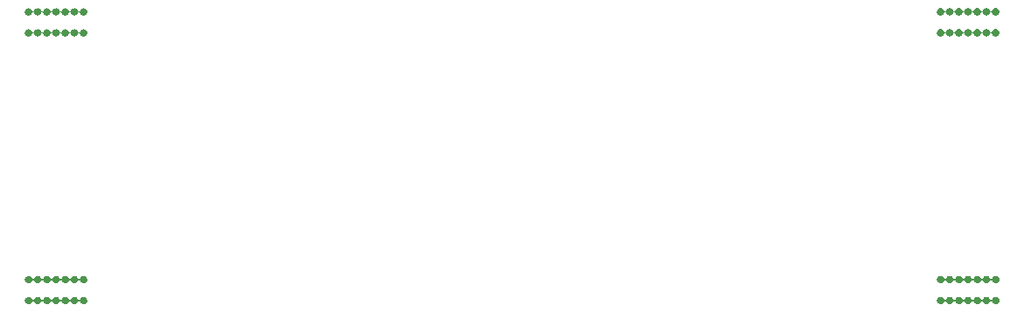
<source format=gbr>
G04 #@! TF.GenerationSoftware,KiCad,Pcbnew,(5.1.6-0-10_14)*
G04 #@! TF.CreationDate,2022-09-03T11:37:22+09:00*
G04 #@! TF.ProjectId,cool640xiao,636f6f6c-3634-4307-9869-616f2e6b6963,rev?*
G04 #@! TF.SameCoordinates,Original*
G04 #@! TF.FileFunction,Soldermask,Top*
G04 #@! TF.FilePolarity,Negative*
%FSLAX46Y46*%
G04 Gerber Fmt 4.6, Leading zero omitted, Abs format (unit mm)*
G04 Created by KiCad (PCBNEW (5.1.6-0-10_14)) date 2022-09-03 11:37:22*
%MOMM*%
%LPD*%
G01*
G04 APERTURE LIST*
%ADD10C,0.100000*%
G04 APERTURE END LIST*
D10*
G36*
X150445383Y-14258489D02*
G01*
X150445386Y-14258490D01*
X150445385Y-14258490D01*
X150509258Y-14284946D01*
X150560762Y-14319360D01*
X150566749Y-14323361D01*
X150615639Y-14372251D01*
X150651381Y-14425741D01*
X150654053Y-14429741D01*
X150672016Y-14473108D01*
X150683567Y-14494718D01*
X150699112Y-14513660D01*
X150718054Y-14529206D01*
X150739664Y-14540757D01*
X150763113Y-14547870D01*
X150787499Y-14550272D01*
X150811886Y-14547870D01*
X150835335Y-14540757D01*
X150856945Y-14529206D01*
X150875887Y-14513661D01*
X150891433Y-14494719D01*
X150902984Y-14473108D01*
X150920947Y-14429741D01*
X150923620Y-14425741D01*
X150959361Y-14372251D01*
X151008251Y-14323361D01*
X151014239Y-14319360D01*
X151065742Y-14284946D01*
X151129615Y-14258490D01*
X151129614Y-14258490D01*
X151129617Y-14258489D01*
X151197430Y-14245000D01*
X151266570Y-14245000D01*
X151334383Y-14258489D01*
X151334386Y-14258490D01*
X151334385Y-14258490D01*
X151398258Y-14284946D01*
X151449762Y-14319360D01*
X151455749Y-14323361D01*
X151504639Y-14372251D01*
X151540381Y-14425741D01*
X151543053Y-14429741D01*
X151561016Y-14473108D01*
X151572567Y-14494718D01*
X151588112Y-14513660D01*
X151607054Y-14529206D01*
X151628664Y-14540757D01*
X151652113Y-14547870D01*
X151676499Y-14550272D01*
X151700886Y-14547870D01*
X151724335Y-14540757D01*
X151745945Y-14529206D01*
X151764887Y-14513661D01*
X151780433Y-14494719D01*
X151791984Y-14473108D01*
X151809947Y-14429741D01*
X151812620Y-14425741D01*
X151848361Y-14372251D01*
X151897251Y-14323361D01*
X151903239Y-14319360D01*
X151954742Y-14284946D01*
X152018615Y-14258490D01*
X152018614Y-14258490D01*
X152018617Y-14258489D01*
X152086430Y-14245000D01*
X152155570Y-14245000D01*
X152223383Y-14258489D01*
X152223386Y-14258490D01*
X152223385Y-14258490D01*
X152287258Y-14284946D01*
X152338762Y-14319360D01*
X152344749Y-14323361D01*
X152393639Y-14372251D01*
X152429381Y-14425741D01*
X152432053Y-14429741D01*
X152450016Y-14473108D01*
X152461567Y-14494718D01*
X152477112Y-14513660D01*
X152496054Y-14529206D01*
X152517664Y-14540757D01*
X152541113Y-14547870D01*
X152565499Y-14550272D01*
X152589886Y-14547870D01*
X152613335Y-14540757D01*
X152634945Y-14529206D01*
X152653887Y-14513661D01*
X152669433Y-14494719D01*
X152680984Y-14473108D01*
X152698947Y-14429741D01*
X152701620Y-14425741D01*
X152737361Y-14372251D01*
X152786251Y-14323361D01*
X152792239Y-14319360D01*
X152843742Y-14284946D01*
X152907615Y-14258490D01*
X152907614Y-14258490D01*
X152907617Y-14258489D01*
X152975430Y-14245000D01*
X153044570Y-14245000D01*
X153112383Y-14258489D01*
X153112386Y-14258490D01*
X153112385Y-14258490D01*
X153176258Y-14284946D01*
X153227762Y-14319360D01*
X153233749Y-14323361D01*
X153282639Y-14372251D01*
X153318381Y-14425741D01*
X153321053Y-14429741D01*
X153339016Y-14473108D01*
X153350567Y-14494718D01*
X153366112Y-14513660D01*
X153385054Y-14529206D01*
X153406664Y-14540757D01*
X153430113Y-14547870D01*
X153454499Y-14550272D01*
X153478886Y-14547870D01*
X153502335Y-14540757D01*
X153523945Y-14529206D01*
X153542887Y-14513661D01*
X153558433Y-14494719D01*
X153569984Y-14473108D01*
X153587947Y-14429741D01*
X153590620Y-14425741D01*
X153626361Y-14372251D01*
X153675251Y-14323361D01*
X153681239Y-14319360D01*
X153732742Y-14284946D01*
X153796615Y-14258490D01*
X153796614Y-14258490D01*
X153796617Y-14258489D01*
X153864430Y-14245000D01*
X153933570Y-14245000D01*
X154001383Y-14258489D01*
X154001386Y-14258490D01*
X154001385Y-14258490D01*
X154065258Y-14284946D01*
X154116762Y-14319360D01*
X154122749Y-14323361D01*
X154171639Y-14372251D01*
X154207381Y-14425741D01*
X154210053Y-14429741D01*
X154228016Y-14473108D01*
X154239567Y-14494718D01*
X154255112Y-14513660D01*
X154274054Y-14529206D01*
X154295664Y-14540757D01*
X154319113Y-14547870D01*
X154343499Y-14550272D01*
X154367886Y-14547870D01*
X154391335Y-14540757D01*
X154412945Y-14529206D01*
X154431887Y-14513661D01*
X154447433Y-14494719D01*
X154458984Y-14473108D01*
X154476947Y-14429741D01*
X154479620Y-14425741D01*
X154515361Y-14372251D01*
X154564251Y-14323361D01*
X154570239Y-14319360D01*
X154621742Y-14284946D01*
X154685615Y-14258490D01*
X154685614Y-14258490D01*
X154685617Y-14258489D01*
X154753430Y-14245000D01*
X154822570Y-14245000D01*
X154890383Y-14258489D01*
X154890386Y-14258490D01*
X154890385Y-14258490D01*
X154954258Y-14284946D01*
X155005762Y-14319360D01*
X155011749Y-14323361D01*
X155060639Y-14372251D01*
X155096381Y-14425741D01*
X155099053Y-14429741D01*
X155117016Y-14473108D01*
X155128567Y-14494718D01*
X155144112Y-14513660D01*
X155163054Y-14529206D01*
X155184664Y-14540757D01*
X155208113Y-14547870D01*
X155232499Y-14550272D01*
X155256886Y-14547870D01*
X155280335Y-14540757D01*
X155301945Y-14529206D01*
X155320887Y-14513661D01*
X155336433Y-14494719D01*
X155347984Y-14473108D01*
X155365947Y-14429741D01*
X155368620Y-14425741D01*
X155404361Y-14372251D01*
X155453251Y-14323361D01*
X155459239Y-14319360D01*
X155510742Y-14284946D01*
X155574615Y-14258490D01*
X155574614Y-14258490D01*
X155574617Y-14258489D01*
X155642430Y-14245000D01*
X155711570Y-14245000D01*
X155779383Y-14258489D01*
X155779386Y-14258490D01*
X155779385Y-14258490D01*
X155843258Y-14284946D01*
X155900748Y-14323360D01*
X155949640Y-14372252D01*
X155988054Y-14429742D01*
X156004359Y-14469108D01*
X156014511Y-14493617D01*
X156028000Y-14561430D01*
X156028000Y-14630570D01*
X156014511Y-14698383D01*
X156014510Y-14698385D01*
X155988054Y-14762258D01*
X155949640Y-14819748D01*
X155900748Y-14868640D01*
X155843258Y-14907054D01*
X155791182Y-14928624D01*
X155779383Y-14933511D01*
X155711570Y-14947000D01*
X155642430Y-14947000D01*
X155574617Y-14933511D01*
X155562818Y-14928624D01*
X155510742Y-14907054D01*
X155453252Y-14868640D01*
X155404360Y-14819748D01*
X155365947Y-14762259D01*
X155347984Y-14718892D01*
X155336433Y-14697282D01*
X155320888Y-14678340D01*
X155301946Y-14662794D01*
X155280336Y-14651243D01*
X155256887Y-14644130D01*
X155232501Y-14641728D01*
X155208114Y-14644130D01*
X155184665Y-14651243D01*
X155163055Y-14662794D01*
X155144113Y-14678339D01*
X155128567Y-14697281D01*
X155117016Y-14718892D01*
X155099053Y-14762259D01*
X155060640Y-14819748D01*
X155011748Y-14868640D01*
X154954258Y-14907054D01*
X154902182Y-14928624D01*
X154890383Y-14933511D01*
X154822570Y-14947000D01*
X154753430Y-14947000D01*
X154685617Y-14933511D01*
X154673818Y-14928624D01*
X154621742Y-14907054D01*
X154564252Y-14868640D01*
X154515360Y-14819748D01*
X154476947Y-14762259D01*
X154458984Y-14718892D01*
X154447433Y-14697282D01*
X154431888Y-14678340D01*
X154412946Y-14662794D01*
X154391336Y-14651243D01*
X154367887Y-14644130D01*
X154343501Y-14641728D01*
X154319114Y-14644130D01*
X154295665Y-14651243D01*
X154274055Y-14662794D01*
X154255113Y-14678339D01*
X154239567Y-14697281D01*
X154228016Y-14718892D01*
X154210053Y-14762259D01*
X154171640Y-14819748D01*
X154122748Y-14868640D01*
X154065258Y-14907054D01*
X154013182Y-14928624D01*
X154001383Y-14933511D01*
X153933570Y-14947000D01*
X153864430Y-14947000D01*
X153796617Y-14933511D01*
X153784818Y-14928624D01*
X153732742Y-14907054D01*
X153675252Y-14868640D01*
X153626360Y-14819748D01*
X153587947Y-14762259D01*
X153569984Y-14718892D01*
X153558433Y-14697282D01*
X153542888Y-14678340D01*
X153523946Y-14662794D01*
X153502336Y-14651243D01*
X153478887Y-14644130D01*
X153454501Y-14641728D01*
X153430114Y-14644130D01*
X153406665Y-14651243D01*
X153385055Y-14662794D01*
X153366113Y-14678339D01*
X153350567Y-14697281D01*
X153339016Y-14718892D01*
X153321053Y-14762259D01*
X153282640Y-14819748D01*
X153233748Y-14868640D01*
X153176258Y-14907054D01*
X153124182Y-14928624D01*
X153112383Y-14933511D01*
X153044570Y-14947000D01*
X152975430Y-14947000D01*
X152907617Y-14933511D01*
X152895818Y-14928624D01*
X152843742Y-14907054D01*
X152786252Y-14868640D01*
X152737360Y-14819748D01*
X152698947Y-14762259D01*
X152680984Y-14718892D01*
X152669433Y-14697282D01*
X152653888Y-14678340D01*
X152634946Y-14662794D01*
X152613336Y-14651243D01*
X152589887Y-14644130D01*
X152565501Y-14641728D01*
X152541114Y-14644130D01*
X152517665Y-14651243D01*
X152496055Y-14662794D01*
X152477113Y-14678339D01*
X152461567Y-14697281D01*
X152450016Y-14718892D01*
X152432053Y-14762259D01*
X152393640Y-14819748D01*
X152344748Y-14868640D01*
X152287258Y-14907054D01*
X152235182Y-14928624D01*
X152223383Y-14933511D01*
X152155570Y-14947000D01*
X152086430Y-14947000D01*
X152018617Y-14933511D01*
X152006818Y-14928624D01*
X151954742Y-14907054D01*
X151897252Y-14868640D01*
X151848360Y-14819748D01*
X151809947Y-14762259D01*
X151791984Y-14718892D01*
X151780433Y-14697282D01*
X151764888Y-14678340D01*
X151745946Y-14662794D01*
X151724336Y-14651243D01*
X151700887Y-14644130D01*
X151676501Y-14641728D01*
X151652114Y-14644130D01*
X151628665Y-14651243D01*
X151607055Y-14662794D01*
X151588113Y-14678339D01*
X151572567Y-14697281D01*
X151561016Y-14718892D01*
X151543053Y-14762259D01*
X151504640Y-14819748D01*
X151455748Y-14868640D01*
X151398258Y-14907054D01*
X151346182Y-14928624D01*
X151334383Y-14933511D01*
X151266570Y-14947000D01*
X151197430Y-14947000D01*
X151129617Y-14933511D01*
X151117818Y-14928624D01*
X151065742Y-14907054D01*
X151008252Y-14868640D01*
X150959360Y-14819748D01*
X150920947Y-14762259D01*
X150902984Y-14718892D01*
X150891433Y-14697282D01*
X150875888Y-14678340D01*
X150856946Y-14662794D01*
X150835336Y-14651243D01*
X150811887Y-14644130D01*
X150787501Y-14641728D01*
X150763114Y-14644130D01*
X150739665Y-14651243D01*
X150718055Y-14662794D01*
X150699113Y-14678339D01*
X150683567Y-14697281D01*
X150672016Y-14718892D01*
X150654053Y-14762259D01*
X150615640Y-14819748D01*
X150566748Y-14868640D01*
X150509258Y-14907054D01*
X150457182Y-14928624D01*
X150445383Y-14933511D01*
X150377570Y-14947000D01*
X150308430Y-14947000D01*
X150240617Y-14933511D01*
X150228818Y-14928624D01*
X150176742Y-14907054D01*
X150119252Y-14868640D01*
X150070360Y-14819748D01*
X150031946Y-14762258D01*
X150005490Y-14698385D01*
X150005489Y-14698383D01*
X149992000Y-14630570D01*
X149992000Y-14561430D01*
X150005489Y-14493617D01*
X150015641Y-14469108D01*
X150031946Y-14429742D01*
X150070360Y-14372252D01*
X150119252Y-14323360D01*
X150176742Y-14284946D01*
X150240615Y-14258490D01*
X150240614Y-14258490D01*
X150240617Y-14258489D01*
X150308430Y-14245000D01*
X150377570Y-14245000D01*
X150445383Y-14258489D01*
G37*
G36*
X238753383Y-14254489D02*
G01*
X238753386Y-14254490D01*
X238753385Y-14254490D01*
X238817258Y-14280946D01*
X238874748Y-14319360D01*
X238923640Y-14368252D01*
X238962053Y-14425741D01*
X238980016Y-14469108D01*
X238991567Y-14490718D01*
X239007112Y-14509660D01*
X239026054Y-14525206D01*
X239047664Y-14536757D01*
X239071113Y-14543870D01*
X239095499Y-14546272D01*
X239119886Y-14543870D01*
X239143335Y-14536757D01*
X239164945Y-14525206D01*
X239183887Y-14509661D01*
X239199433Y-14490719D01*
X239210984Y-14469108D01*
X239228947Y-14425741D01*
X239267360Y-14368252D01*
X239316252Y-14319360D01*
X239373742Y-14280946D01*
X239437615Y-14254490D01*
X239437614Y-14254490D01*
X239437617Y-14254489D01*
X239505430Y-14241000D01*
X239574570Y-14241000D01*
X239642383Y-14254489D01*
X239642386Y-14254490D01*
X239642385Y-14254490D01*
X239706258Y-14280946D01*
X239763748Y-14319360D01*
X239812640Y-14368252D01*
X239851053Y-14425741D01*
X239869016Y-14469108D01*
X239880567Y-14490718D01*
X239896112Y-14509660D01*
X239915054Y-14525206D01*
X239936664Y-14536757D01*
X239960113Y-14543870D01*
X239984499Y-14546272D01*
X240008886Y-14543870D01*
X240032335Y-14536757D01*
X240053945Y-14525206D01*
X240072887Y-14509661D01*
X240088433Y-14490719D01*
X240099984Y-14469108D01*
X240117947Y-14425741D01*
X240156360Y-14368252D01*
X240205252Y-14319360D01*
X240262742Y-14280946D01*
X240326615Y-14254490D01*
X240326614Y-14254490D01*
X240326617Y-14254489D01*
X240394430Y-14241000D01*
X240463570Y-14241000D01*
X240531383Y-14254489D01*
X240531386Y-14254490D01*
X240531385Y-14254490D01*
X240595258Y-14280946D01*
X240652748Y-14319360D01*
X240701640Y-14368252D01*
X240740053Y-14425741D01*
X240758016Y-14469108D01*
X240769567Y-14490718D01*
X240785112Y-14509660D01*
X240804054Y-14525206D01*
X240825664Y-14536757D01*
X240849113Y-14543870D01*
X240873499Y-14546272D01*
X240897886Y-14543870D01*
X240921335Y-14536757D01*
X240942945Y-14525206D01*
X240961887Y-14509661D01*
X240977433Y-14490719D01*
X240988984Y-14469108D01*
X241006947Y-14425741D01*
X241045360Y-14368252D01*
X241094252Y-14319360D01*
X241151742Y-14280946D01*
X241215615Y-14254490D01*
X241215614Y-14254490D01*
X241215617Y-14254489D01*
X241283430Y-14241000D01*
X241352570Y-14241000D01*
X241420383Y-14254489D01*
X241420386Y-14254490D01*
X241420385Y-14254490D01*
X241484258Y-14280946D01*
X241541748Y-14319360D01*
X241590640Y-14368252D01*
X241629053Y-14425741D01*
X241647016Y-14469108D01*
X241658567Y-14490718D01*
X241674112Y-14509660D01*
X241693054Y-14525206D01*
X241714664Y-14536757D01*
X241738113Y-14543870D01*
X241762499Y-14546272D01*
X241786886Y-14543870D01*
X241810335Y-14536757D01*
X241831945Y-14525206D01*
X241850887Y-14509661D01*
X241866433Y-14490719D01*
X241877984Y-14469108D01*
X241895947Y-14425741D01*
X241934360Y-14368252D01*
X241983252Y-14319360D01*
X242040742Y-14280946D01*
X242104615Y-14254490D01*
X242104614Y-14254490D01*
X242104617Y-14254489D01*
X242172430Y-14241000D01*
X242241570Y-14241000D01*
X242309383Y-14254489D01*
X242309386Y-14254490D01*
X242309385Y-14254490D01*
X242373258Y-14280946D01*
X242430748Y-14319360D01*
X242479640Y-14368252D01*
X242518053Y-14425741D01*
X242536016Y-14469108D01*
X242547567Y-14490718D01*
X242563112Y-14509660D01*
X242582054Y-14525206D01*
X242603664Y-14536757D01*
X242627113Y-14543870D01*
X242651499Y-14546272D01*
X242675886Y-14543870D01*
X242699335Y-14536757D01*
X242720945Y-14525206D01*
X242739887Y-14509661D01*
X242755433Y-14490719D01*
X242766984Y-14469108D01*
X242784947Y-14425741D01*
X242823360Y-14368252D01*
X242872252Y-14319360D01*
X242929742Y-14280946D01*
X242993615Y-14254490D01*
X242993614Y-14254490D01*
X242993617Y-14254489D01*
X243061430Y-14241000D01*
X243130570Y-14241000D01*
X243198383Y-14254489D01*
X243198386Y-14254490D01*
X243198385Y-14254490D01*
X243262258Y-14280946D01*
X243319748Y-14319360D01*
X243368640Y-14368252D01*
X243407053Y-14425741D01*
X243425016Y-14469108D01*
X243436567Y-14490718D01*
X243452112Y-14509660D01*
X243471054Y-14525206D01*
X243492664Y-14536757D01*
X243516113Y-14543870D01*
X243540499Y-14546272D01*
X243564886Y-14543870D01*
X243588335Y-14536757D01*
X243609945Y-14525206D01*
X243628887Y-14509661D01*
X243644433Y-14490719D01*
X243655984Y-14469108D01*
X243673947Y-14425741D01*
X243712360Y-14368252D01*
X243761252Y-14319360D01*
X243818742Y-14280946D01*
X243882615Y-14254490D01*
X243882614Y-14254490D01*
X243882617Y-14254489D01*
X243950430Y-14241000D01*
X244019570Y-14241000D01*
X244087383Y-14254489D01*
X244087386Y-14254490D01*
X244087385Y-14254490D01*
X244151258Y-14280946D01*
X244208748Y-14319360D01*
X244257640Y-14368252D01*
X244296054Y-14425742D01*
X244314016Y-14469108D01*
X244322511Y-14489617D01*
X244336000Y-14557430D01*
X244336000Y-14626570D01*
X244322511Y-14694383D01*
X244321310Y-14697282D01*
X244296054Y-14758258D01*
X244257640Y-14815748D01*
X244208748Y-14864640D01*
X244151258Y-14903054D01*
X244099182Y-14924624D01*
X244087383Y-14929511D01*
X244019570Y-14943000D01*
X243950430Y-14943000D01*
X243882617Y-14929511D01*
X243870818Y-14924624D01*
X243818742Y-14903054D01*
X243761252Y-14864640D01*
X243712360Y-14815748D01*
X243676621Y-14762261D01*
X243673948Y-14758261D01*
X243655984Y-14714892D01*
X243644433Y-14693282D01*
X243628888Y-14674340D01*
X243609946Y-14658794D01*
X243588336Y-14647243D01*
X243564887Y-14640130D01*
X243540501Y-14637728D01*
X243516114Y-14640130D01*
X243492665Y-14647243D01*
X243471055Y-14658794D01*
X243452113Y-14674339D01*
X243436567Y-14693281D01*
X243425016Y-14714892D01*
X243407052Y-14758261D01*
X243404379Y-14762261D01*
X243368640Y-14815748D01*
X243319748Y-14864640D01*
X243262258Y-14903054D01*
X243210182Y-14924624D01*
X243198383Y-14929511D01*
X243130570Y-14943000D01*
X243061430Y-14943000D01*
X242993617Y-14929511D01*
X242981818Y-14924624D01*
X242929742Y-14903054D01*
X242872252Y-14864640D01*
X242823360Y-14815748D01*
X242787621Y-14762261D01*
X242784948Y-14758261D01*
X242766984Y-14714892D01*
X242755433Y-14693282D01*
X242739888Y-14674340D01*
X242720946Y-14658794D01*
X242699336Y-14647243D01*
X242675887Y-14640130D01*
X242651501Y-14637728D01*
X242627114Y-14640130D01*
X242603665Y-14647243D01*
X242582055Y-14658794D01*
X242563113Y-14674339D01*
X242547567Y-14693281D01*
X242536016Y-14714892D01*
X242518052Y-14758261D01*
X242515379Y-14762261D01*
X242479640Y-14815748D01*
X242430748Y-14864640D01*
X242373258Y-14903054D01*
X242321182Y-14924624D01*
X242309383Y-14929511D01*
X242241570Y-14943000D01*
X242172430Y-14943000D01*
X242104617Y-14929511D01*
X242092818Y-14924624D01*
X242040742Y-14903054D01*
X241983252Y-14864640D01*
X241934360Y-14815748D01*
X241898621Y-14762261D01*
X241895948Y-14758261D01*
X241877984Y-14714892D01*
X241866433Y-14693282D01*
X241850888Y-14674340D01*
X241831946Y-14658794D01*
X241810336Y-14647243D01*
X241786887Y-14640130D01*
X241762501Y-14637728D01*
X241738114Y-14640130D01*
X241714665Y-14647243D01*
X241693055Y-14658794D01*
X241674113Y-14674339D01*
X241658567Y-14693281D01*
X241647016Y-14714892D01*
X241629052Y-14758261D01*
X241626379Y-14762261D01*
X241590640Y-14815748D01*
X241541748Y-14864640D01*
X241484258Y-14903054D01*
X241432182Y-14924624D01*
X241420383Y-14929511D01*
X241352570Y-14943000D01*
X241283430Y-14943000D01*
X241215617Y-14929511D01*
X241203818Y-14924624D01*
X241151742Y-14903054D01*
X241094252Y-14864640D01*
X241045360Y-14815748D01*
X241009621Y-14762261D01*
X241006948Y-14758261D01*
X240988984Y-14714892D01*
X240977433Y-14693282D01*
X240961888Y-14674340D01*
X240942946Y-14658794D01*
X240921336Y-14647243D01*
X240897887Y-14640130D01*
X240873501Y-14637728D01*
X240849114Y-14640130D01*
X240825665Y-14647243D01*
X240804055Y-14658794D01*
X240785113Y-14674339D01*
X240769567Y-14693281D01*
X240758016Y-14714892D01*
X240740052Y-14758261D01*
X240737379Y-14762261D01*
X240701640Y-14815748D01*
X240652748Y-14864640D01*
X240595258Y-14903054D01*
X240543182Y-14924624D01*
X240531383Y-14929511D01*
X240463570Y-14943000D01*
X240394430Y-14943000D01*
X240326617Y-14929511D01*
X240314818Y-14924624D01*
X240262742Y-14903054D01*
X240205252Y-14864640D01*
X240156360Y-14815748D01*
X240120621Y-14762261D01*
X240117948Y-14758261D01*
X240099984Y-14714892D01*
X240088433Y-14693282D01*
X240072888Y-14674340D01*
X240053946Y-14658794D01*
X240032336Y-14647243D01*
X240008887Y-14640130D01*
X239984501Y-14637728D01*
X239960114Y-14640130D01*
X239936665Y-14647243D01*
X239915055Y-14658794D01*
X239896113Y-14674339D01*
X239880567Y-14693281D01*
X239869016Y-14714892D01*
X239851052Y-14758261D01*
X239848379Y-14762261D01*
X239812640Y-14815748D01*
X239763748Y-14864640D01*
X239706258Y-14903054D01*
X239654182Y-14924624D01*
X239642383Y-14929511D01*
X239574570Y-14943000D01*
X239505430Y-14943000D01*
X239437617Y-14929511D01*
X239425818Y-14924624D01*
X239373742Y-14903054D01*
X239316252Y-14864640D01*
X239267360Y-14815748D01*
X239231621Y-14762261D01*
X239228948Y-14758261D01*
X239210984Y-14714892D01*
X239199433Y-14693282D01*
X239183888Y-14674340D01*
X239164946Y-14658794D01*
X239143336Y-14647243D01*
X239119887Y-14640130D01*
X239095501Y-14637728D01*
X239071114Y-14640130D01*
X239047665Y-14647243D01*
X239026055Y-14658794D01*
X239007113Y-14674339D01*
X238991567Y-14693281D01*
X238980016Y-14714892D01*
X238962052Y-14758261D01*
X238959379Y-14762261D01*
X238923640Y-14815748D01*
X238874748Y-14864640D01*
X238817258Y-14903054D01*
X238765182Y-14924624D01*
X238753383Y-14929511D01*
X238685570Y-14943000D01*
X238616430Y-14943000D01*
X238548617Y-14929511D01*
X238536818Y-14924624D01*
X238484742Y-14903054D01*
X238427252Y-14864640D01*
X238378360Y-14815748D01*
X238339946Y-14758258D01*
X238314690Y-14697282D01*
X238313489Y-14694383D01*
X238300000Y-14626570D01*
X238300000Y-14557430D01*
X238313489Y-14489617D01*
X238321984Y-14469108D01*
X238339946Y-14425742D01*
X238378360Y-14368252D01*
X238427252Y-14319360D01*
X238484742Y-14280946D01*
X238548615Y-14254490D01*
X238548614Y-14254490D01*
X238548617Y-14254489D01*
X238616430Y-14241000D01*
X238685570Y-14241000D01*
X238753383Y-14254489D01*
G37*
G36*
X150445383Y-12226489D02*
G01*
X150445386Y-12226490D01*
X150445385Y-12226490D01*
X150509258Y-12252946D01*
X150560762Y-12287360D01*
X150566749Y-12291361D01*
X150615639Y-12340251D01*
X150651381Y-12393741D01*
X150654053Y-12397741D01*
X150672016Y-12441108D01*
X150683567Y-12462718D01*
X150699112Y-12481660D01*
X150718054Y-12497206D01*
X150739664Y-12508757D01*
X150763113Y-12515870D01*
X150787499Y-12518272D01*
X150811886Y-12515870D01*
X150835335Y-12508757D01*
X150856945Y-12497206D01*
X150875887Y-12481661D01*
X150891433Y-12462719D01*
X150902984Y-12441108D01*
X150920947Y-12397741D01*
X150923620Y-12393741D01*
X150959361Y-12340251D01*
X151008251Y-12291361D01*
X151014239Y-12287360D01*
X151065742Y-12252946D01*
X151129615Y-12226490D01*
X151129614Y-12226490D01*
X151129617Y-12226489D01*
X151197430Y-12213000D01*
X151266570Y-12213000D01*
X151334383Y-12226489D01*
X151334386Y-12226490D01*
X151334385Y-12226490D01*
X151398258Y-12252946D01*
X151449762Y-12287360D01*
X151455749Y-12291361D01*
X151504639Y-12340251D01*
X151540381Y-12393741D01*
X151543053Y-12397741D01*
X151561016Y-12441108D01*
X151572567Y-12462718D01*
X151588112Y-12481660D01*
X151607054Y-12497206D01*
X151628664Y-12508757D01*
X151652113Y-12515870D01*
X151676499Y-12518272D01*
X151700886Y-12515870D01*
X151724335Y-12508757D01*
X151745945Y-12497206D01*
X151764887Y-12481661D01*
X151780433Y-12462719D01*
X151791984Y-12441108D01*
X151809947Y-12397741D01*
X151812620Y-12393741D01*
X151848361Y-12340251D01*
X151897251Y-12291361D01*
X151903239Y-12287360D01*
X151954742Y-12252946D01*
X152018615Y-12226490D01*
X152018614Y-12226490D01*
X152018617Y-12226489D01*
X152086430Y-12213000D01*
X152155570Y-12213000D01*
X152223383Y-12226489D01*
X152223386Y-12226490D01*
X152223385Y-12226490D01*
X152287258Y-12252946D01*
X152338762Y-12287360D01*
X152344749Y-12291361D01*
X152393639Y-12340251D01*
X152429381Y-12393741D01*
X152432053Y-12397741D01*
X152450016Y-12441108D01*
X152461567Y-12462718D01*
X152477112Y-12481660D01*
X152496054Y-12497206D01*
X152517664Y-12508757D01*
X152541113Y-12515870D01*
X152565499Y-12518272D01*
X152589886Y-12515870D01*
X152613335Y-12508757D01*
X152634945Y-12497206D01*
X152653887Y-12481661D01*
X152669433Y-12462719D01*
X152680984Y-12441108D01*
X152698947Y-12397741D01*
X152701620Y-12393741D01*
X152737361Y-12340251D01*
X152786251Y-12291361D01*
X152792239Y-12287360D01*
X152843742Y-12252946D01*
X152907615Y-12226490D01*
X152907614Y-12226490D01*
X152907617Y-12226489D01*
X152975430Y-12213000D01*
X153044570Y-12213000D01*
X153112383Y-12226489D01*
X153112386Y-12226490D01*
X153112385Y-12226490D01*
X153176258Y-12252946D01*
X153227762Y-12287360D01*
X153233749Y-12291361D01*
X153282639Y-12340251D01*
X153318381Y-12393741D01*
X153321053Y-12397741D01*
X153339016Y-12441108D01*
X153350567Y-12462718D01*
X153366112Y-12481660D01*
X153385054Y-12497206D01*
X153406664Y-12508757D01*
X153430113Y-12515870D01*
X153454499Y-12518272D01*
X153478886Y-12515870D01*
X153502335Y-12508757D01*
X153523945Y-12497206D01*
X153542887Y-12481661D01*
X153558433Y-12462719D01*
X153569984Y-12441108D01*
X153587947Y-12397741D01*
X153590620Y-12393741D01*
X153626361Y-12340251D01*
X153675251Y-12291361D01*
X153681239Y-12287360D01*
X153732742Y-12252946D01*
X153796615Y-12226490D01*
X153796614Y-12226490D01*
X153796617Y-12226489D01*
X153864430Y-12213000D01*
X153933570Y-12213000D01*
X154001383Y-12226489D01*
X154001386Y-12226490D01*
X154001385Y-12226490D01*
X154065258Y-12252946D01*
X154116762Y-12287360D01*
X154122749Y-12291361D01*
X154171639Y-12340251D01*
X154207381Y-12393741D01*
X154210053Y-12397741D01*
X154228016Y-12441108D01*
X154239567Y-12462718D01*
X154255112Y-12481660D01*
X154274054Y-12497206D01*
X154295664Y-12508757D01*
X154319113Y-12515870D01*
X154343499Y-12518272D01*
X154367886Y-12515870D01*
X154391335Y-12508757D01*
X154412945Y-12497206D01*
X154431887Y-12481661D01*
X154447433Y-12462719D01*
X154458984Y-12441108D01*
X154476947Y-12397741D01*
X154479620Y-12393741D01*
X154515361Y-12340251D01*
X154564251Y-12291361D01*
X154570239Y-12287360D01*
X154621742Y-12252946D01*
X154685615Y-12226490D01*
X154685614Y-12226490D01*
X154685617Y-12226489D01*
X154753430Y-12213000D01*
X154822570Y-12213000D01*
X154890383Y-12226489D01*
X154890386Y-12226490D01*
X154890385Y-12226490D01*
X154954258Y-12252946D01*
X155005762Y-12287360D01*
X155011749Y-12291361D01*
X155060639Y-12340251D01*
X155096381Y-12393741D01*
X155099053Y-12397741D01*
X155117016Y-12441108D01*
X155128567Y-12462718D01*
X155144112Y-12481660D01*
X155163054Y-12497206D01*
X155184664Y-12508757D01*
X155208113Y-12515870D01*
X155232499Y-12518272D01*
X155256886Y-12515870D01*
X155280335Y-12508757D01*
X155301945Y-12497206D01*
X155320887Y-12481661D01*
X155336433Y-12462719D01*
X155347984Y-12441108D01*
X155365947Y-12397741D01*
X155368620Y-12393741D01*
X155404361Y-12340251D01*
X155453251Y-12291361D01*
X155459239Y-12287360D01*
X155510742Y-12252946D01*
X155574615Y-12226490D01*
X155574614Y-12226490D01*
X155574617Y-12226489D01*
X155642430Y-12213000D01*
X155711570Y-12213000D01*
X155779383Y-12226489D01*
X155779386Y-12226490D01*
X155779385Y-12226490D01*
X155843258Y-12252946D01*
X155900748Y-12291360D01*
X155949640Y-12340252D01*
X155988054Y-12397742D01*
X156004359Y-12437108D01*
X156014511Y-12461617D01*
X156028000Y-12529430D01*
X156028000Y-12598570D01*
X156014511Y-12666383D01*
X156014510Y-12666385D01*
X155988054Y-12730258D01*
X155949640Y-12787748D01*
X155900748Y-12836640D01*
X155843258Y-12875054D01*
X155791182Y-12896624D01*
X155779383Y-12901511D01*
X155711570Y-12915000D01*
X155642430Y-12915000D01*
X155574617Y-12901511D01*
X155562818Y-12896624D01*
X155510742Y-12875054D01*
X155453252Y-12836640D01*
X155404360Y-12787748D01*
X155365947Y-12730259D01*
X155347984Y-12686892D01*
X155336433Y-12665282D01*
X155320888Y-12646340D01*
X155301946Y-12630794D01*
X155280336Y-12619243D01*
X155256887Y-12612130D01*
X155232501Y-12609728D01*
X155208114Y-12612130D01*
X155184665Y-12619243D01*
X155163055Y-12630794D01*
X155144113Y-12646339D01*
X155128567Y-12665281D01*
X155117016Y-12686892D01*
X155099053Y-12730259D01*
X155060640Y-12787748D01*
X155011748Y-12836640D01*
X154954258Y-12875054D01*
X154902182Y-12896624D01*
X154890383Y-12901511D01*
X154822570Y-12915000D01*
X154753430Y-12915000D01*
X154685617Y-12901511D01*
X154673818Y-12896624D01*
X154621742Y-12875054D01*
X154564252Y-12836640D01*
X154515360Y-12787748D01*
X154476947Y-12730259D01*
X154458984Y-12686892D01*
X154447433Y-12665282D01*
X154431888Y-12646340D01*
X154412946Y-12630794D01*
X154391336Y-12619243D01*
X154367887Y-12612130D01*
X154343501Y-12609728D01*
X154319114Y-12612130D01*
X154295665Y-12619243D01*
X154274055Y-12630794D01*
X154255113Y-12646339D01*
X154239567Y-12665281D01*
X154228016Y-12686892D01*
X154210053Y-12730259D01*
X154171640Y-12787748D01*
X154122748Y-12836640D01*
X154065258Y-12875054D01*
X154013182Y-12896624D01*
X154001383Y-12901511D01*
X153933570Y-12915000D01*
X153864430Y-12915000D01*
X153796617Y-12901511D01*
X153784818Y-12896624D01*
X153732742Y-12875054D01*
X153675252Y-12836640D01*
X153626360Y-12787748D01*
X153587947Y-12730259D01*
X153569984Y-12686892D01*
X153558433Y-12665282D01*
X153542888Y-12646340D01*
X153523946Y-12630794D01*
X153502336Y-12619243D01*
X153478887Y-12612130D01*
X153454501Y-12609728D01*
X153430114Y-12612130D01*
X153406665Y-12619243D01*
X153385055Y-12630794D01*
X153366113Y-12646339D01*
X153350567Y-12665281D01*
X153339016Y-12686892D01*
X153321053Y-12730259D01*
X153282640Y-12787748D01*
X153233748Y-12836640D01*
X153176258Y-12875054D01*
X153124182Y-12896624D01*
X153112383Y-12901511D01*
X153044570Y-12915000D01*
X152975430Y-12915000D01*
X152907617Y-12901511D01*
X152895818Y-12896624D01*
X152843742Y-12875054D01*
X152786252Y-12836640D01*
X152737360Y-12787748D01*
X152698947Y-12730259D01*
X152680984Y-12686892D01*
X152669433Y-12665282D01*
X152653888Y-12646340D01*
X152634946Y-12630794D01*
X152613336Y-12619243D01*
X152589887Y-12612130D01*
X152565501Y-12609728D01*
X152541114Y-12612130D01*
X152517665Y-12619243D01*
X152496055Y-12630794D01*
X152477113Y-12646339D01*
X152461567Y-12665281D01*
X152450016Y-12686892D01*
X152432053Y-12730259D01*
X152393640Y-12787748D01*
X152344748Y-12836640D01*
X152287258Y-12875054D01*
X152235182Y-12896624D01*
X152223383Y-12901511D01*
X152155570Y-12915000D01*
X152086430Y-12915000D01*
X152018617Y-12901511D01*
X152006818Y-12896624D01*
X151954742Y-12875054D01*
X151897252Y-12836640D01*
X151848360Y-12787748D01*
X151809947Y-12730259D01*
X151791984Y-12686892D01*
X151780433Y-12665282D01*
X151764888Y-12646340D01*
X151745946Y-12630794D01*
X151724336Y-12619243D01*
X151700887Y-12612130D01*
X151676501Y-12609728D01*
X151652114Y-12612130D01*
X151628665Y-12619243D01*
X151607055Y-12630794D01*
X151588113Y-12646339D01*
X151572567Y-12665281D01*
X151561016Y-12686892D01*
X151543053Y-12730259D01*
X151504640Y-12787748D01*
X151455748Y-12836640D01*
X151398258Y-12875054D01*
X151346182Y-12896624D01*
X151334383Y-12901511D01*
X151266570Y-12915000D01*
X151197430Y-12915000D01*
X151129617Y-12901511D01*
X151117818Y-12896624D01*
X151065742Y-12875054D01*
X151008252Y-12836640D01*
X150959360Y-12787748D01*
X150920947Y-12730259D01*
X150902984Y-12686892D01*
X150891433Y-12665282D01*
X150875888Y-12646340D01*
X150856946Y-12630794D01*
X150835336Y-12619243D01*
X150811887Y-12612130D01*
X150787501Y-12609728D01*
X150763114Y-12612130D01*
X150739665Y-12619243D01*
X150718055Y-12630794D01*
X150699113Y-12646339D01*
X150683567Y-12665281D01*
X150672016Y-12686892D01*
X150654053Y-12730259D01*
X150615640Y-12787748D01*
X150566748Y-12836640D01*
X150509258Y-12875054D01*
X150457182Y-12896624D01*
X150445383Y-12901511D01*
X150377570Y-12915000D01*
X150308430Y-12915000D01*
X150240617Y-12901511D01*
X150228818Y-12896624D01*
X150176742Y-12875054D01*
X150119252Y-12836640D01*
X150070360Y-12787748D01*
X150031946Y-12730258D01*
X150005490Y-12666385D01*
X150005489Y-12666383D01*
X149992000Y-12598570D01*
X149992000Y-12529430D01*
X150005489Y-12461617D01*
X150015641Y-12437108D01*
X150031946Y-12397742D01*
X150070360Y-12340252D01*
X150119252Y-12291360D01*
X150176742Y-12252946D01*
X150240615Y-12226490D01*
X150240614Y-12226490D01*
X150240617Y-12226489D01*
X150308430Y-12213000D01*
X150377570Y-12213000D01*
X150445383Y-12226489D01*
G37*
G36*
X238753383Y-12222489D02*
G01*
X238753386Y-12222490D01*
X238753385Y-12222490D01*
X238817258Y-12248946D01*
X238874748Y-12287360D01*
X238923640Y-12336252D01*
X238962053Y-12393741D01*
X238980016Y-12437108D01*
X238991567Y-12458718D01*
X239007112Y-12477660D01*
X239026054Y-12493206D01*
X239047664Y-12504757D01*
X239071113Y-12511870D01*
X239095499Y-12514272D01*
X239119886Y-12511870D01*
X239143335Y-12504757D01*
X239164945Y-12493206D01*
X239183887Y-12477661D01*
X239199433Y-12458719D01*
X239210984Y-12437108D01*
X239228947Y-12393741D01*
X239267360Y-12336252D01*
X239316252Y-12287360D01*
X239373742Y-12248946D01*
X239437615Y-12222490D01*
X239437614Y-12222490D01*
X239437617Y-12222489D01*
X239505430Y-12209000D01*
X239574570Y-12209000D01*
X239642383Y-12222489D01*
X239642386Y-12222490D01*
X239642385Y-12222490D01*
X239706258Y-12248946D01*
X239763748Y-12287360D01*
X239812640Y-12336252D01*
X239851053Y-12393741D01*
X239869016Y-12437108D01*
X239880567Y-12458718D01*
X239896112Y-12477660D01*
X239915054Y-12493206D01*
X239936664Y-12504757D01*
X239960113Y-12511870D01*
X239984499Y-12514272D01*
X240008886Y-12511870D01*
X240032335Y-12504757D01*
X240053945Y-12493206D01*
X240072887Y-12477661D01*
X240088433Y-12458719D01*
X240099984Y-12437108D01*
X240117947Y-12393741D01*
X240156360Y-12336252D01*
X240205252Y-12287360D01*
X240262742Y-12248946D01*
X240326615Y-12222490D01*
X240326614Y-12222490D01*
X240326617Y-12222489D01*
X240394430Y-12209000D01*
X240463570Y-12209000D01*
X240531383Y-12222489D01*
X240531386Y-12222490D01*
X240531385Y-12222490D01*
X240595258Y-12248946D01*
X240652748Y-12287360D01*
X240701640Y-12336252D01*
X240740053Y-12393741D01*
X240758016Y-12437108D01*
X240769567Y-12458718D01*
X240785112Y-12477660D01*
X240804054Y-12493206D01*
X240825664Y-12504757D01*
X240849113Y-12511870D01*
X240873499Y-12514272D01*
X240897886Y-12511870D01*
X240921335Y-12504757D01*
X240942945Y-12493206D01*
X240961887Y-12477661D01*
X240977433Y-12458719D01*
X240988984Y-12437108D01*
X241006947Y-12393741D01*
X241045360Y-12336252D01*
X241094252Y-12287360D01*
X241151742Y-12248946D01*
X241215615Y-12222490D01*
X241215614Y-12222490D01*
X241215617Y-12222489D01*
X241283430Y-12209000D01*
X241352570Y-12209000D01*
X241420383Y-12222489D01*
X241420386Y-12222490D01*
X241420385Y-12222490D01*
X241484258Y-12248946D01*
X241541748Y-12287360D01*
X241590640Y-12336252D01*
X241629053Y-12393741D01*
X241647016Y-12437108D01*
X241658567Y-12458718D01*
X241674112Y-12477660D01*
X241693054Y-12493206D01*
X241714664Y-12504757D01*
X241738113Y-12511870D01*
X241762499Y-12514272D01*
X241786886Y-12511870D01*
X241810335Y-12504757D01*
X241831945Y-12493206D01*
X241850887Y-12477661D01*
X241866433Y-12458719D01*
X241877984Y-12437108D01*
X241895947Y-12393741D01*
X241934360Y-12336252D01*
X241983252Y-12287360D01*
X242040742Y-12248946D01*
X242104615Y-12222490D01*
X242104614Y-12222490D01*
X242104617Y-12222489D01*
X242172430Y-12209000D01*
X242241570Y-12209000D01*
X242309383Y-12222489D01*
X242309386Y-12222490D01*
X242309385Y-12222490D01*
X242373258Y-12248946D01*
X242430748Y-12287360D01*
X242479640Y-12336252D01*
X242518053Y-12393741D01*
X242536016Y-12437108D01*
X242547567Y-12458718D01*
X242563112Y-12477660D01*
X242582054Y-12493206D01*
X242603664Y-12504757D01*
X242627113Y-12511870D01*
X242651499Y-12514272D01*
X242675886Y-12511870D01*
X242699335Y-12504757D01*
X242720945Y-12493206D01*
X242739887Y-12477661D01*
X242755433Y-12458719D01*
X242766984Y-12437108D01*
X242784947Y-12393741D01*
X242823360Y-12336252D01*
X242872252Y-12287360D01*
X242929742Y-12248946D01*
X242993615Y-12222490D01*
X242993614Y-12222490D01*
X242993617Y-12222489D01*
X243061430Y-12209000D01*
X243130570Y-12209000D01*
X243198383Y-12222489D01*
X243198386Y-12222490D01*
X243198385Y-12222490D01*
X243262258Y-12248946D01*
X243319748Y-12287360D01*
X243368640Y-12336252D01*
X243407053Y-12393741D01*
X243425016Y-12437108D01*
X243436567Y-12458718D01*
X243452112Y-12477660D01*
X243471054Y-12493206D01*
X243492664Y-12504757D01*
X243516113Y-12511870D01*
X243540499Y-12514272D01*
X243564886Y-12511870D01*
X243588335Y-12504757D01*
X243609945Y-12493206D01*
X243628887Y-12477661D01*
X243644433Y-12458719D01*
X243655984Y-12437108D01*
X243673947Y-12393741D01*
X243712360Y-12336252D01*
X243761252Y-12287360D01*
X243818742Y-12248946D01*
X243882615Y-12222490D01*
X243882614Y-12222490D01*
X243882617Y-12222489D01*
X243950430Y-12209000D01*
X244019570Y-12209000D01*
X244087383Y-12222489D01*
X244087386Y-12222490D01*
X244087385Y-12222490D01*
X244151258Y-12248946D01*
X244208748Y-12287360D01*
X244257640Y-12336252D01*
X244296054Y-12393742D01*
X244314016Y-12437108D01*
X244322511Y-12457617D01*
X244336000Y-12525430D01*
X244336000Y-12594570D01*
X244322511Y-12662383D01*
X244321310Y-12665282D01*
X244296054Y-12726258D01*
X244257640Y-12783748D01*
X244208748Y-12832640D01*
X244151258Y-12871054D01*
X244099182Y-12892624D01*
X244087383Y-12897511D01*
X244019570Y-12911000D01*
X243950430Y-12911000D01*
X243882617Y-12897511D01*
X243870818Y-12892624D01*
X243818742Y-12871054D01*
X243761252Y-12832640D01*
X243712360Y-12783748D01*
X243676621Y-12730261D01*
X243673948Y-12726261D01*
X243655984Y-12682892D01*
X243644433Y-12661282D01*
X243628888Y-12642340D01*
X243609946Y-12626794D01*
X243588336Y-12615243D01*
X243564887Y-12608130D01*
X243540501Y-12605728D01*
X243516114Y-12608130D01*
X243492665Y-12615243D01*
X243471055Y-12626794D01*
X243452113Y-12642339D01*
X243436567Y-12661281D01*
X243425016Y-12682892D01*
X243407052Y-12726261D01*
X243404379Y-12730261D01*
X243368640Y-12783748D01*
X243319748Y-12832640D01*
X243262258Y-12871054D01*
X243210182Y-12892624D01*
X243198383Y-12897511D01*
X243130570Y-12911000D01*
X243061430Y-12911000D01*
X242993617Y-12897511D01*
X242981818Y-12892624D01*
X242929742Y-12871054D01*
X242872252Y-12832640D01*
X242823360Y-12783748D01*
X242787621Y-12730261D01*
X242784948Y-12726261D01*
X242766984Y-12682892D01*
X242755433Y-12661282D01*
X242739888Y-12642340D01*
X242720946Y-12626794D01*
X242699336Y-12615243D01*
X242675887Y-12608130D01*
X242651501Y-12605728D01*
X242627114Y-12608130D01*
X242603665Y-12615243D01*
X242582055Y-12626794D01*
X242563113Y-12642339D01*
X242547567Y-12661281D01*
X242536016Y-12682892D01*
X242518052Y-12726261D01*
X242515379Y-12730261D01*
X242479640Y-12783748D01*
X242430748Y-12832640D01*
X242373258Y-12871054D01*
X242321182Y-12892624D01*
X242309383Y-12897511D01*
X242241570Y-12911000D01*
X242172430Y-12911000D01*
X242104617Y-12897511D01*
X242092818Y-12892624D01*
X242040742Y-12871054D01*
X241983252Y-12832640D01*
X241934360Y-12783748D01*
X241898621Y-12730261D01*
X241895948Y-12726261D01*
X241877984Y-12682892D01*
X241866433Y-12661282D01*
X241850888Y-12642340D01*
X241831946Y-12626794D01*
X241810336Y-12615243D01*
X241786887Y-12608130D01*
X241762501Y-12605728D01*
X241738114Y-12608130D01*
X241714665Y-12615243D01*
X241693055Y-12626794D01*
X241674113Y-12642339D01*
X241658567Y-12661281D01*
X241647016Y-12682892D01*
X241629052Y-12726261D01*
X241626379Y-12730261D01*
X241590640Y-12783748D01*
X241541748Y-12832640D01*
X241484258Y-12871054D01*
X241432182Y-12892624D01*
X241420383Y-12897511D01*
X241352570Y-12911000D01*
X241283430Y-12911000D01*
X241215617Y-12897511D01*
X241203818Y-12892624D01*
X241151742Y-12871054D01*
X241094252Y-12832640D01*
X241045360Y-12783748D01*
X241009621Y-12730261D01*
X241006948Y-12726261D01*
X240988984Y-12682892D01*
X240977433Y-12661282D01*
X240961888Y-12642340D01*
X240942946Y-12626794D01*
X240921336Y-12615243D01*
X240897887Y-12608130D01*
X240873501Y-12605728D01*
X240849114Y-12608130D01*
X240825665Y-12615243D01*
X240804055Y-12626794D01*
X240785113Y-12642339D01*
X240769567Y-12661281D01*
X240758016Y-12682892D01*
X240740052Y-12726261D01*
X240737379Y-12730261D01*
X240701640Y-12783748D01*
X240652748Y-12832640D01*
X240595258Y-12871054D01*
X240543182Y-12892624D01*
X240531383Y-12897511D01*
X240463570Y-12911000D01*
X240394430Y-12911000D01*
X240326617Y-12897511D01*
X240314818Y-12892624D01*
X240262742Y-12871054D01*
X240205252Y-12832640D01*
X240156360Y-12783748D01*
X240120621Y-12730261D01*
X240117948Y-12726261D01*
X240099984Y-12682892D01*
X240088433Y-12661282D01*
X240072888Y-12642340D01*
X240053946Y-12626794D01*
X240032336Y-12615243D01*
X240008887Y-12608130D01*
X239984501Y-12605728D01*
X239960114Y-12608130D01*
X239936665Y-12615243D01*
X239915055Y-12626794D01*
X239896113Y-12642339D01*
X239880567Y-12661281D01*
X239869016Y-12682892D01*
X239851052Y-12726261D01*
X239848379Y-12730261D01*
X239812640Y-12783748D01*
X239763748Y-12832640D01*
X239706258Y-12871054D01*
X239654182Y-12892624D01*
X239642383Y-12897511D01*
X239574570Y-12911000D01*
X239505430Y-12911000D01*
X239437617Y-12897511D01*
X239425818Y-12892624D01*
X239373742Y-12871054D01*
X239316252Y-12832640D01*
X239267360Y-12783748D01*
X239231621Y-12730261D01*
X239228948Y-12726261D01*
X239210984Y-12682892D01*
X239199433Y-12661282D01*
X239183888Y-12642340D01*
X239164946Y-12626794D01*
X239143336Y-12615243D01*
X239119887Y-12608130D01*
X239095501Y-12605728D01*
X239071114Y-12608130D01*
X239047665Y-12615243D01*
X239026055Y-12626794D01*
X239007113Y-12642339D01*
X238991567Y-12661281D01*
X238980016Y-12682892D01*
X238962052Y-12726261D01*
X238959379Y-12730261D01*
X238923640Y-12783748D01*
X238874748Y-12832640D01*
X238817258Y-12871054D01*
X238765182Y-12892624D01*
X238753383Y-12897511D01*
X238685570Y-12911000D01*
X238616430Y-12911000D01*
X238548617Y-12897511D01*
X238536818Y-12892624D01*
X238484742Y-12871054D01*
X238427252Y-12832640D01*
X238378360Y-12783748D01*
X238339946Y-12726258D01*
X238314690Y-12665282D01*
X238313489Y-12662383D01*
X238300000Y-12594570D01*
X238300000Y-12525430D01*
X238313489Y-12457617D01*
X238321984Y-12437108D01*
X238339946Y-12393742D01*
X238378360Y-12336252D01*
X238427252Y-12287360D01*
X238484742Y-12248946D01*
X238548615Y-12222490D01*
X238548614Y-12222490D01*
X238548617Y-12222489D01*
X238616430Y-12209000D01*
X238685570Y-12209000D01*
X238753383Y-12222489D01*
G37*
G36*
X150445383Y11671511D02*
G01*
X150445386Y11671510D01*
X150445385Y11671510D01*
X150509258Y11645054D01*
X150560762Y11610640D01*
X150566749Y11606639D01*
X150615639Y11557749D01*
X150651381Y11504259D01*
X150654053Y11500259D01*
X150672016Y11456892D01*
X150683567Y11435282D01*
X150699112Y11416340D01*
X150718054Y11400794D01*
X150739664Y11389243D01*
X150763113Y11382130D01*
X150787499Y11379728D01*
X150811886Y11382130D01*
X150835335Y11389243D01*
X150856945Y11400794D01*
X150875887Y11416339D01*
X150891433Y11435281D01*
X150902984Y11456892D01*
X150920947Y11500259D01*
X150923620Y11504259D01*
X150959361Y11557749D01*
X151008251Y11606639D01*
X151014239Y11610640D01*
X151065742Y11645054D01*
X151129615Y11671510D01*
X151129614Y11671510D01*
X151129617Y11671511D01*
X151197430Y11685000D01*
X151266570Y11685000D01*
X151334383Y11671511D01*
X151334386Y11671510D01*
X151334385Y11671510D01*
X151398258Y11645054D01*
X151449762Y11610640D01*
X151455749Y11606639D01*
X151504639Y11557749D01*
X151540381Y11504259D01*
X151543053Y11500259D01*
X151561016Y11456892D01*
X151572567Y11435282D01*
X151588112Y11416340D01*
X151607054Y11400794D01*
X151628664Y11389243D01*
X151652113Y11382130D01*
X151676499Y11379728D01*
X151700886Y11382130D01*
X151724335Y11389243D01*
X151745945Y11400794D01*
X151764887Y11416339D01*
X151780433Y11435281D01*
X151791984Y11456892D01*
X151809947Y11500259D01*
X151812620Y11504259D01*
X151848361Y11557749D01*
X151897251Y11606639D01*
X151903239Y11610640D01*
X151954742Y11645054D01*
X152018615Y11671510D01*
X152018614Y11671510D01*
X152018617Y11671511D01*
X152086430Y11685000D01*
X152155570Y11685000D01*
X152223383Y11671511D01*
X152223386Y11671510D01*
X152223385Y11671510D01*
X152287258Y11645054D01*
X152338762Y11610640D01*
X152344749Y11606639D01*
X152393639Y11557749D01*
X152429381Y11504259D01*
X152432053Y11500259D01*
X152450016Y11456892D01*
X152461567Y11435282D01*
X152477112Y11416340D01*
X152496054Y11400794D01*
X152517664Y11389243D01*
X152541113Y11382130D01*
X152565499Y11379728D01*
X152589886Y11382130D01*
X152613335Y11389243D01*
X152634945Y11400794D01*
X152653887Y11416339D01*
X152669433Y11435281D01*
X152680984Y11456892D01*
X152698947Y11500259D01*
X152701620Y11504259D01*
X152737361Y11557749D01*
X152786251Y11606639D01*
X152792239Y11610640D01*
X152843742Y11645054D01*
X152907615Y11671510D01*
X152907614Y11671510D01*
X152907617Y11671511D01*
X152975430Y11685000D01*
X153044570Y11685000D01*
X153112383Y11671511D01*
X153112386Y11671510D01*
X153112385Y11671510D01*
X153176258Y11645054D01*
X153227762Y11610640D01*
X153233749Y11606639D01*
X153282639Y11557749D01*
X153318381Y11504259D01*
X153321053Y11500259D01*
X153339016Y11456892D01*
X153350567Y11435282D01*
X153366112Y11416340D01*
X153385054Y11400794D01*
X153406664Y11389243D01*
X153430113Y11382130D01*
X153454499Y11379728D01*
X153478886Y11382130D01*
X153502335Y11389243D01*
X153523945Y11400794D01*
X153542887Y11416339D01*
X153558433Y11435281D01*
X153569984Y11456892D01*
X153587947Y11500259D01*
X153590620Y11504259D01*
X153626361Y11557749D01*
X153675251Y11606639D01*
X153681239Y11610640D01*
X153732742Y11645054D01*
X153796615Y11671510D01*
X153796614Y11671510D01*
X153796617Y11671511D01*
X153864430Y11685000D01*
X153933570Y11685000D01*
X154001383Y11671511D01*
X154001386Y11671510D01*
X154001385Y11671510D01*
X154065258Y11645054D01*
X154116762Y11610640D01*
X154122749Y11606639D01*
X154171639Y11557749D01*
X154207381Y11504259D01*
X154210053Y11500259D01*
X154228016Y11456892D01*
X154239567Y11435282D01*
X154255112Y11416340D01*
X154274054Y11400794D01*
X154295664Y11389243D01*
X154319113Y11382130D01*
X154343499Y11379728D01*
X154367886Y11382130D01*
X154391335Y11389243D01*
X154412945Y11400794D01*
X154431887Y11416339D01*
X154447433Y11435281D01*
X154458984Y11456892D01*
X154476947Y11500259D01*
X154479620Y11504259D01*
X154515361Y11557749D01*
X154564251Y11606639D01*
X154570239Y11610640D01*
X154621742Y11645054D01*
X154685615Y11671510D01*
X154685614Y11671510D01*
X154685617Y11671511D01*
X154753430Y11685000D01*
X154822570Y11685000D01*
X154890383Y11671511D01*
X154890386Y11671510D01*
X154890385Y11671510D01*
X154954258Y11645054D01*
X155005762Y11610640D01*
X155011749Y11606639D01*
X155060639Y11557749D01*
X155096381Y11504259D01*
X155099053Y11500259D01*
X155117016Y11456892D01*
X155128567Y11435282D01*
X155144112Y11416340D01*
X155163054Y11400794D01*
X155184664Y11389243D01*
X155208113Y11382130D01*
X155232499Y11379728D01*
X155256886Y11382130D01*
X155280335Y11389243D01*
X155301945Y11400794D01*
X155320887Y11416339D01*
X155336433Y11435281D01*
X155347984Y11456892D01*
X155365947Y11500259D01*
X155368620Y11504259D01*
X155404361Y11557749D01*
X155453251Y11606639D01*
X155459239Y11610640D01*
X155510742Y11645054D01*
X155574615Y11671510D01*
X155574614Y11671510D01*
X155574617Y11671511D01*
X155642430Y11685000D01*
X155711570Y11685000D01*
X155779383Y11671511D01*
X155779386Y11671510D01*
X155779385Y11671510D01*
X155843258Y11645054D01*
X155900748Y11606640D01*
X155949640Y11557748D01*
X155988054Y11500258D01*
X156004359Y11460892D01*
X156014511Y11436383D01*
X156028000Y11368570D01*
X156028000Y11299430D01*
X156014511Y11231617D01*
X156014510Y11231615D01*
X155988054Y11167742D01*
X155949640Y11110252D01*
X155900748Y11061360D01*
X155843258Y11022946D01*
X155791182Y11001376D01*
X155779383Y10996489D01*
X155711570Y10983000D01*
X155642430Y10983000D01*
X155574617Y10996489D01*
X155562818Y11001376D01*
X155510742Y11022946D01*
X155453252Y11061360D01*
X155404360Y11110252D01*
X155365947Y11167741D01*
X155347984Y11211108D01*
X155336433Y11232718D01*
X155320888Y11251660D01*
X155301946Y11267206D01*
X155280336Y11278757D01*
X155256887Y11285870D01*
X155232501Y11288272D01*
X155208114Y11285870D01*
X155184665Y11278757D01*
X155163055Y11267206D01*
X155144113Y11251661D01*
X155128567Y11232719D01*
X155117016Y11211108D01*
X155099053Y11167741D01*
X155060640Y11110252D01*
X155011748Y11061360D01*
X154954258Y11022946D01*
X154902182Y11001376D01*
X154890383Y10996489D01*
X154822570Y10983000D01*
X154753430Y10983000D01*
X154685617Y10996489D01*
X154673818Y11001376D01*
X154621742Y11022946D01*
X154564252Y11061360D01*
X154515360Y11110252D01*
X154476947Y11167741D01*
X154458984Y11211108D01*
X154447433Y11232718D01*
X154431888Y11251660D01*
X154412946Y11267206D01*
X154391336Y11278757D01*
X154367887Y11285870D01*
X154343501Y11288272D01*
X154319114Y11285870D01*
X154295665Y11278757D01*
X154274055Y11267206D01*
X154255113Y11251661D01*
X154239567Y11232719D01*
X154228016Y11211108D01*
X154210053Y11167741D01*
X154171640Y11110252D01*
X154122748Y11061360D01*
X154065258Y11022946D01*
X154013182Y11001376D01*
X154001383Y10996489D01*
X153933570Y10983000D01*
X153864430Y10983000D01*
X153796617Y10996489D01*
X153784818Y11001376D01*
X153732742Y11022946D01*
X153675252Y11061360D01*
X153626360Y11110252D01*
X153587947Y11167741D01*
X153569984Y11211108D01*
X153558433Y11232718D01*
X153542888Y11251660D01*
X153523946Y11267206D01*
X153502336Y11278757D01*
X153478887Y11285870D01*
X153454501Y11288272D01*
X153430114Y11285870D01*
X153406665Y11278757D01*
X153385055Y11267206D01*
X153366113Y11251661D01*
X153350567Y11232719D01*
X153339016Y11211108D01*
X153321053Y11167741D01*
X153282640Y11110252D01*
X153233748Y11061360D01*
X153176258Y11022946D01*
X153124182Y11001376D01*
X153112383Y10996489D01*
X153044570Y10983000D01*
X152975430Y10983000D01*
X152907617Y10996489D01*
X152895818Y11001376D01*
X152843742Y11022946D01*
X152786252Y11061360D01*
X152737360Y11110252D01*
X152698947Y11167741D01*
X152680984Y11211108D01*
X152669433Y11232718D01*
X152653888Y11251660D01*
X152634946Y11267206D01*
X152613336Y11278757D01*
X152589887Y11285870D01*
X152565501Y11288272D01*
X152541114Y11285870D01*
X152517665Y11278757D01*
X152496055Y11267206D01*
X152477113Y11251661D01*
X152461567Y11232719D01*
X152450016Y11211108D01*
X152432053Y11167741D01*
X152393640Y11110252D01*
X152344748Y11061360D01*
X152287258Y11022946D01*
X152235182Y11001376D01*
X152223383Y10996489D01*
X152155570Y10983000D01*
X152086430Y10983000D01*
X152018617Y10996489D01*
X152006818Y11001376D01*
X151954742Y11022946D01*
X151897252Y11061360D01*
X151848360Y11110252D01*
X151809947Y11167741D01*
X151791984Y11211108D01*
X151780433Y11232718D01*
X151764888Y11251660D01*
X151745946Y11267206D01*
X151724336Y11278757D01*
X151700887Y11285870D01*
X151676501Y11288272D01*
X151652114Y11285870D01*
X151628665Y11278757D01*
X151607055Y11267206D01*
X151588113Y11251661D01*
X151572567Y11232719D01*
X151561016Y11211108D01*
X151543053Y11167741D01*
X151504640Y11110252D01*
X151455748Y11061360D01*
X151398258Y11022946D01*
X151346182Y11001376D01*
X151334383Y10996489D01*
X151266570Y10983000D01*
X151197430Y10983000D01*
X151129617Y10996489D01*
X151117818Y11001376D01*
X151065742Y11022946D01*
X151008252Y11061360D01*
X150959360Y11110252D01*
X150920947Y11167741D01*
X150902984Y11211108D01*
X150891433Y11232718D01*
X150875888Y11251660D01*
X150856946Y11267206D01*
X150835336Y11278757D01*
X150811887Y11285870D01*
X150787501Y11288272D01*
X150763114Y11285870D01*
X150739665Y11278757D01*
X150718055Y11267206D01*
X150699113Y11251661D01*
X150683567Y11232719D01*
X150672016Y11211108D01*
X150654053Y11167741D01*
X150615640Y11110252D01*
X150566748Y11061360D01*
X150509258Y11022946D01*
X150457182Y11001376D01*
X150445383Y10996489D01*
X150377570Y10983000D01*
X150308430Y10983000D01*
X150240617Y10996489D01*
X150228818Y11001376D01*
X150176742Y11022946D01*
X150119252Y11061360D01*
X150070360Y11110252D01*
X150031946Y11167742D01*
X150005490Y11231615D01*
X150005489Y11231617D01*
X149992000Y11299430D01*
X149992000Y11368570D01*
X150005489Y11436383D01*
X150015641Y11460892D01*
X150031946Y11500258D01*
X150070360Y11557748D01*
X150119252Y11606640D01*
X150176742Y11645054D01*
X150240615Y11671510D01*
X150240614Y11671510D01*
X150240617Y11671511D01*
X150308430Y11685000D01*
X150377570Y11685000D01*
X150445383Y11671511D01*
G37*
G36*
X238753383Y11675511D02*
G01*
X238753386Y11675510D01*
X238753385Y11675510D01*
X238817258Y11649054D01*
X238874748Y11610640D01*
X238923640Y11561748D01*
X238962053Y11504259D01*
X238980016Y11460892D01*
X238991567Y11439282D01*
X239007112Y11420340D01*
X239026054Y11404794D01*
X239047664Y11393243D01*
X239071113Y11386130D01*
X239095499Y11383728D01*
X239119886Y11386130D01*
X239143335Y11393243D01*
X239164945Y11404794D01*
X239183887Y11420339D01*
X239199433Y11439281D01*
X239210984Y11460892D01*
X239228947Y11504259D01*
X239267360Y11561748D01*
X239316252Y11610640D01*
X239373742Y11649054D01*
X239437615Y11675510D01*
X239437614Y11675510D01*
X239437617Y11675511D01*
X239505430Y11689000D01*
X239574570Y11689000D01*
X239642383Y11675511D01*
X239642386Y11675510D01*
X239642385Y11675510D01*
X239706258Y11649054D01*
X239763748Y11610640D01*
X239812640Y11561748D01*
X239851053Y11504259D01*
X239869016Y11460892D01*
X239880567Y11439282D01*
X239896112Y11420340D01*
X239915054Y11404794D01*
X239936664Y11393243D01*
X239960113Y11386130D01*
X239984499Y11383728D01*
X240008886Y11386130D01*
X240032335Y11393243D01*
X240053945Y11404794D01*
X240072887Y11420339D01*
X240088433Y11439281D01*
X240099984Y11460892D01*
X240117947Y11504259D01*
X240156360Y11561748D01*
X240205252Y11610640D01*
X240262742Y11649054D01*
X240326615Y11675510D01*
X240326614Y11675510D01*
X240326617Y11675511D01*
X240394430Y11689000D01*
X240463570Y11689000D01*
X240531383Y11675511D01*
X240531386Y11675510D01*
X240531385Y11675510D01*
X240595258Y11649054D01*
X240652748Y11610640D01*
X240701640Y11561748D01*
X240740053Y11504259D01*
X240758016Y11460892D01*
X240769567Y11439282D01*
X240785112Y11420340D01*
X240804054Y11404794D01*
X240825664Y11393243D01*
X240849113Y11386130D01*
X240873499Y11383728D01*
X240897886Y11386130D01*
X240921335Y11393243D01*
X240942945Y11404794D01*
X240961887Y11420339D01*
X240977433Y11439281D01*
X240988984Y11460892D01*
X241006947Y11504259D01*
X241045360Y11561748D01*
X241094252Y11610640D01*
X241151742Y11649054D01*
X241215615Y11675510D01*
X241215614Y11675510D01*
X241215617Y11675511D01*
X241283430Y11689000D01*
X241352570Y11689000D01*
X241420383Y11675511D01*
X241420386Y11675510D01*
X241420385Y11675510D01*
X241484258Y11649054D01*
X241541748Y11610640D01*
X241590640Y11561748D01*
X241629053Y11504259D01*
X241647016Y11460892D01*
X241658567Y11439282D01*
X241674112Y11420340D01*
X241693054Y11404794D01*
X241714664Y11393243D01*
X241738113Y11386130D01*
X241762499Y11383728D01*
X241786886Y11386130D01*
X241810335Y11393243D01*
X241831945Y11404794D01*
X241850887Y11420339D01*
X241866433Y11439281D01*
X241877984Y11460892D01*
X241895947Y11504259D01*
X241934360Y11561748D01*
X241983252Y11610640D01*
X242040742Y11649054D01*
X242104615Y11675510D01*
X242104614Y11675510D01*
X242104617Y11675511D01*
X242172430Y11689000D01*
X242241570Y11689000D01*
X242309383Y11675511D01*
X242309386Y11675510D01*
X242309385Y11675510D01*
X242373258Y11649054D01*
X242430748Y11610640D01*
X242479640Y11561748D01*
X242518053Y11504259D01*
X242536016Y11460892D01*
X242547567Y11439282D01*
X242563112Y11420340D01*
X242582054Y11404794D01*
X242603664Y11393243D01*
X242627113Y11386130D01*
X242651499Y11383728D01*
X242675886Y11386130D01*
X242699335Y11393243D01*
X242720945Y11404794D01*
X242739887Y11420339D01*
X242755433Y11439281D01*
X242766984Y11460892D01*
X242784947Y11504259D01*
X242823360Y11561748D01*
X242872252Y11610640D01*
X242929742Y11649054D01*
X242993615Y11675510D01*
X242993614Y11675510D01*
X242993617Y11675511D01*
X243061430Y11689000D01*
X243130570Y11689000D01*
X243198383Y11675511D01*
X243198386Y11675510D01*
X243198385Y11675510D01*
X243262258Y11649054D01*
X243319748Y11610640D01*
X243368640Y11561748D01*
X243407053Y11504259D01*
X243425016Y11460892D01*
X243436567Y11439282D01*
X243452112Y11420340D01*
X243471054Y11404794D01*
X243492664Y11393243D01*
X243516113Y11386130D01*
X243540499Y11383728D01*
X243564886Y11386130D01*
X243588335Y11393243D01*
X243609945Y11404794D01*
X243628887Y11420339D01*
X243644433Y11439281D01*
X243655984Y11460892D01*
X243673947Y11504259D01*
X243712360Y11561748D01*
X243761252Y11610640D01*
X243818742Y11649054D01*
X243882615Y11675510D01*
X243882614Y11675510D01*
X243882617Y11675511D01*
X243950430Y11689000D01*
X244019570Y11689000D01*
X244087383Y11675511D01*
X244087386Y11675510D01*
X244087385Y11675510D01*
X244151258Y11649054D01*
X244208748Y11610640D01*
X244257640Y11561748D01*
X244296054Y11504258D01*
X244314016Y11460892D01*
X244322511Y11440383D01*
X244336000Y11372570D01*
X244336000Y11303430D01*
X244322511Y11235617D01*
X244321310Y11232718D01*
X244296054Y11171742D01*
X244257640Y11114252D01*
X244208748Y11065360D01*
X244151258Y11026946D01*
X244099182Y11005376D01*
X244087383Y11000489D01*
X244019570Y10987000D01*
X243950430Y10987000D01*
X243882617Y11000489D01*
X243870818Y11005376D01*
X243818742Y11026946D01*
X243761252Y11065360D01*
X243712360Y11114252D01*
X243676621Y11167739D01*
X243673948Y11171739D01*
X243655984Y11215108D01*
X243644433Y11236718D01*
X243628888Y11255660D01*
X243609946Y11271206D01*
X243588336Y11282757D01*
X243564887Y11289870D01*
X243540501Y11292272D01*
X243516114Y11289870D01*
X243492665Y11282757D01*
X243471055Y11271206D01*
X243452113Y11255661D01*
X243436567Y11236719D01*
X243425016Y11215108D01*
X243407052Y11171739D01*
X243404379Y11167739D01*
X243368640Y11114252D01*
X243319748Y11065360D01*
X243262258Y11026946D01*
X243210182Y11005376D01*
X243198383Y11000489D01*
X243130570Y10987000D01*
X243061430Y10987000D01*
X242993617Y11000489D01*
X242981818Y11005376D01*
X242929742Y11026946D01*
X242872252Y11065360D01*
X242823360Y11114252D01*
X242787621Y11167739D01*
X242784948Y11171739D01*
X242766984Y11215108D01*
X242755433Y11236718D01*
X242739888Y11255660D01*
X242720946Y11271206D01*
X242699336Y11282757D01*
X242675887Y11289870D01*
X242651501Y11292272D01*
X242627114Y11289870D01*
X242603665Y11282757D01*
X242582055Y11271206D01*
X242563113Y11255661D01*
X242547567Y11236719D01*
X242536016Y11215108D01*
X242518052Y11171739D01*
X242515379Y11167739D01*
X242479640Y11114252D01*
X242430748Y11065360D01*
X242373258Y11026946D01*
X242321182Y11005376D01*
X242309383Y11000489D01*
X242241570Y10987000D01*
X242172430Y10987000D01*
X242104617Y11000489D01*
X242092818Y11005376D01*
X242040742Y11026946D01*
X241983252Y11065360D01*
X241934360Y11114252D01*
X241898621Y11167739D01*
X241895948Y11171739D01*
X241877984Y11215108D01*
X241866433Y11236718D01*
X241850888Y11255660D01*
X241831946Y11271206D01*
X241810336Y11282757D01*
X241786887Y11289870D01*
X241762501Y11292272D01*
X241738114Y11289870D01*
X241714665Y11282757D01*
X241693055Y11271206D01*
X241674113Y11255661D01*
X241658567Y11236719D01*
X241647016Y11215108D01*
X241629052Y11171739D01*
X241626379Y11167739D01*
X241590640Y11114252D01*
X241541748Y11065360D01*
X241484258Y11026946D01*
X241432182Y11005376D01*
X241420383Y11000489D01*
X241352570Y10987000D01*
X241283430Y10987000D01*
X241215617Y11000489D01*
X241203818Y11005376D01*
X241151742Y11026946D01*
X241094252Y11065360D01*
X241045360Y11114252D01*
X241009621Y11167739D01*
X241006948Y11171739D01*
X240988984Y11215108D01*
X240977433Y11236718D01*
X240961888Y11255660D01*
X240942946Y11271206D01*
X240921336Y11282757D01*
X240897887Y11289870D01*
X240873501Y11292272D01*
X240849114Y11289870D01*
X240825665Y11282757D01*
X240804055Y11271206D01*
X240785113Y11255661D01*
X240769567Y11236719D01*
X240758016Y11215108D01*
X240740052Y11171739D01*
X240737379Y11167739D01*
X240701640Y11114252D01*
X240652748Y11065360D01*
X240595258Y11026946D01*
X240543182Y11005376D01*
X240531383Y11000489D01*
X240463570Y10987000D01*
X240394430Y10987000D01*
X240326617Y11000489D01*
X240314818Y11005376D01*
X240262742Y11026946D01*
X240205252Y11065360D01*
X240156360Y11114252D01*
X240120621Y11167739D01*
X240117948Y11171739D01*
X240099984Y11215108D01*
X240088433Y11236718D01*
X240072888Y11255660D01*
X240053946Y11271206D01*
X240032336Y11282757D01*
X240008887Y11289870D01*
X239984501Y11292272D01*
X239960114Y11289870D01*
X239936665Y11282757D01*
X239915055Y11271206D01*
X239896113Y11255661D01*
X239880567Y11236719D01*
X239869016Y11215108D01*
X239851052Y11171739D01*
X239848379Y11167739D01*
X239812640Y11114252D01*
X239763748Y11065360D01*
X239706258Y11026946D01*
X239654182Y11005376D01*
X239642383Y11000489D01*
X239574570Y10987000D01*
X239505430Y10987000D01*
X239437617Y11000489D01*
X239425818Y11005376D01*
X239373742Y11026946D01*
X239316252Y11065360D01*
X239267360Y11114252D01*
X239231621Y11167739D01*
X239228948Y11171739D01*
X239210984Y11215108D01*
X239199433Y11236718D01*
X239183888Y11255660D01*
X239164946Y11271206D01*
X239143336Y11282757D01*
X239119887Y11289870D01*
X239095501Y11292272D01*
X239071114Y11289870D01*
X239047665Y11282757D01*
X239026055Y11271206D01*
X239007113Y11255661D01*
X238991567Y11236719D01*
X238980016Y11215108D01*
X238962052Y11171739D01*
X238959379Y11167739D01*
X238923640Y11114252D01*
X238874748Y11065360D01*
X238817258Y11026946D01*
X238765182Y11005376D01*
X238753383Y11000489D01*
X238685570Y10987000D01*
X238616430Y10987000D01*
X238548617Y11000489D01*
X238536818Y11005376D01*
X238484742Y11026946D01*
X238427252Y11065360D01*
X238378360Y11114252D01*
X238339946Y11171742D01*
X238314690Y11232718D01*
X238313489Y11235617D01*
X238300000Y11303430D01*
X238300000Y11372570D01*
X238313489Y11440383D01*
X238321984Y11460892D01*
X238339946Y11504258D01*
X238378360Y11561748D01*
X238427252Y11610640D01*
X238484742Y11649054D01*
X238548615Y11675510D01*
X238548614Y11675510D01*
X238548617Y11675511D01*
X238616430Y11689000D01*
X238685570Y11689000D01*
X238753383Y11675511D01*
G37*
G36*
X150445383Y13703511D02*
G01*
X150445386Y13703510D01*
X150445385Y13703510D01*
X150509258Y13677054D01*
X150560762Y13642640D01*
X150566749Y13638639D01*
X150615639Y13589749D01*
X150651381Y13536259D01*
X150654053Y13532259D01*
X150672016Y13488892D01*
X150683567Y13467282D01*
X150699112Y13448340D01*
X150718054Y13432794D01*
X150739664Y13421243D01*
X150763113Y13414130D01*
X150787499Y13411728D01*
X150811886Y13414130D01*
X150835335Y13421243D01*
X150856945Y13432794D01*
X150875887Y13448339D01*
X150891433Y13467281D01*
X150902984Y13488892D01*
X150920947Y13532259D01*
X150923620Y13536259D01*
X150959361Y13589749D01*
X151008251Y13638639D01*
X151014239Y13642640D01*
X151065742Y13677054D01*
X151129615Y13703510D01*
X151129614Y13703510D01*
X151129617Y13703511D01*
X151197430Y13717000D01*
X151266570Y13717000D01*
X151334383Y13703511D01*
X151334386Y13703510D01*
X151334385Y13703510D01*
X151398258Y13677054D01*
X151449762Y13642640D01*
X151455749Y13638639D01*
X151504639Y13589749D01*
X151540381Y13536259D01*
X151543053Y13532259D01*
X151561016Y13488892D01*
X151572567Y13467282D01*
X151588112Y13448340D01*
X151607054Y13432794D01*
X151628664Y13421243D01*
X151652113Y13414130D01*
X151676499Y13411728D01*
X151700886Y13414130D01*
X151724335Y13421243D01*
X151745945Y13432794D01*
X151764887Y13448339D01*
X151780433Y13467281D01*
X151791984Y13488892D01*
X151809947Y13532259D01*
X151812620Y13536259D01*
X151848361Y13589749D01*
X151897251Y13638639D01*
X151903239Y13642640D01*
X151954742Y13677054D01*
X152018615Y13703510D01*
X152018614Y13703510D01*
X152018617Y13703511D01*
X152086430Y13717000D01*
X152155570Y13717000D01*
X152223383Y13703511D01*
X152223386Y13703510D01*
X152223385Y13703510D01*
X152287258Y13677054D01*
X152338762Y13642640D01*
X152344749Y13638639D01*
X152393639Y13589749D01*
X152429381Y13536259D01*
X152432053Y13532259D01*
X152450016Y13488892D01*
X152461567Y13467282D01*
X152477112Y13448340D01*
X152496054Y13432794D01*
X152517664Y13421243D01*
X152541113Y13414130D01*
X152565499Y13411728D01*
X152589886Y13414130D01*
X152613335Y13421243D01*
X152634945Y13432794D01*
X152653887Y13448339D01*
X152669433Y13467281D01*
X152680984Y13488892D01*
X152698947Y13532259D01*
X152701620Y13536259D01*
X152737361Y13589749D01*
X152786251Y13638639D01*
X152792239Y13642640D01*
X152843742Y13677054D01*
X152907615Y13703510D01*
X152907614Y13703510D01*
X152907617Y13703511D01*
X152975430Y13717000D01*
X153044570Y13717000D01*
X153112383Y13703511D01*
X153112386Y13703510D01*
X153112385Y13703510D01*
X153176258Y13677054D01*
X153227762Y13642640D01*
X153233749Y13638639D01*
X153282639Y13589749D01*
X153318381Y13536259D01*
X153321053Y13532259D01*
X153339016Y13488892D01*
X153350567Y13467282D01*
X153366112Y13448340D01*
X153385054Y13432794D01*
X153406664Y13421243D01*
X153430113Y13414130D01*
X153454499Y13411728D01*
X153478886Y13414130D01*
X153502335Y13421243D01*
X153523945Y13432794D01*
X153542887Y13448339D01*
X153558433Y13467281D01*
X153569984Y13488892D01*
X153587947Y13532259D01*
X153590620Y13536259D01*
X153626361Y13589749D01*
X153675251Y13638639D01*
X153681239Y13642640D01*
X153732742Y13677054D01*
X153796615Y13703510D01*
X153796614Y13703510D01*
X153796617Y13703511D01*
X153864430Y13717000D01*
X153933570Y13717000D01*
X154001383Y13703511D01*
X154001386Y13703510D01*
X154001385Y13703510D01*
X154065258Y13677054D01*
X154116762Y13642640D01*
X154122749Y13638639D01*
X154171639Y13589749D01*
X154207381Y13536259D01*
X154210053Y13532259D01*
X154228016Y13488892D01*
X154239567Y13467282D01*
X154255112Y13448340D01*
X154274054Y13432794D01*
X154295664Y13421243D01*
X154319113Y13414130D01*
X154343499Y13411728D01*
X154367886Y13414130D01*
X154391335Y13421243D01*
X154412945Y13432794D01*
X154431887Y13448339D01*
X154447433Y13467281D01*
X154458984Y13488892D01*
X154476947Y13532259D01*
X154479620Y13536259D01*
X154515361Y13589749D01*
X154564251Y13638639D01*
X154570239Y13642640D01*
X154621742Y13677054D01*
X154685615Y13703510D01*
X154685614Y13703510D01*
X154685617Y13703511D01*
X154753430Y13717000D01*
X154822570Y13717000D01*
X154890383Y13703511D01*
X154890386Y13703510D01*
X154890385Y13703510D01*
X154954258Y13677054D01*
X155005762Y13642640D01*
X155011749Y13638639D01*
X155060639Y13589749D01*
X155096381Y13536259D01*
X155099053Y13532259D01*
X155117016Y13488892D01*
X155128567Y13467282D01*
X155144112Y13448340D01*
X155163054Y13432794D01*
X155184664Y13421243D01*
X155208113Y13414130D01*
X155232499Y13411728D01*
X155256886Y13414130D01*
X155280335Y13421243D01*
X155301945Y13432794D01*
X155320887Y13448339D01*
X155336433Y13467281D01*
X155347984Y13488892D01*
X155365947Y13532259D01*
X155368620Y13536259D01*
X155404361Y13589749D01*
X155453251Y13638639D01*
X155459239Y13642640D01*
X155510742Y13677054D01*
X155574615Y13703510D01*
X155574614Y13703510D01*
X155574617Y13703511D01*
X155642430Y13717000D01*
X155711570Y13717000D01*
X155779383Y13703511D01*
X155779386Y13703510D01*
X155779385Y13703510D01*
X155843258Y13677054D01*
X155900748Y13638640D01*
X155949640Y13589748D01*
X155988054Y13532258D01*
X156004359Y13492892D01*
X156014511Y13468383D01*
X156028000Y13400570D01*
X156028000Y13331430D01*
X156014511Y13263617D01*
X156014510Y13263615D01*
X155988054Y13199742D01*
X155949640Y13142252D01*
X155900748Y13093360D01*
X155843258Y13054946D01*
X155791182Y13033376D01*
X155779383Y13028489D01*
X155711570Y13015000D01*
X155642430Y13015000D01*
X155574617Y13028489D01*
X155562818Y13033376D01*
X155510742Y13054946D01*
X155453252Y13093360D01*
X155404360Y13142252D01*
X155365947Y13199741D01*
X155347984Y13243108D01*
X155336433Y13264718D01*
X155320888Y13283660D01*
X155301946Y13299206D01*
X155280336Y13310757D01*
X155256887Y13317870D01*
X155232501Y13320272D01*
X155208114Y13317870D01*
X155184665Y13310757D01*
X155163055Y13299206D01*
X155144113Y13283661D01*
X155128567Y13264719D01*
X155117016Y13243108D01*
X155099053Y13199741D01*
X155060640Y13142252D01*
X155011748Y13093360D01*
X154954258Y13054946D01*
X154902182Y13033376D01*
X154890383Y13028489D01*
X154822570Y13015000D01*
X154753430Y13015000D01*
X154685617Y13028489D01*
X154673818Y13033376D01*
X154621742Y13054946D01*
X154564252Y13093360D01*
X154515360Y13142252D01*
X154476947Y13199741D01*
X154458984Y13243108D01*
X154447433Y13264718D01*
X154431888Y13283660D01*
X154412946Y13299206D01*
X154391336Y13310757D01*
X154367887Y13317870D01*
X154343501Y13320272D01*
X154319114Y13317870D01*
X154295665Y13310757D01*
X154274055Y13299206D01*
X154255113Y13283661D01*
X154239567Y13264719D01*
X154228016Y13243108D01*
X154210053Y13199741D01*
X154171640Y13142252D01*
X154122748Y13093360D01*
X154065258Y13054946D01*
X154013182Y13033376D01*
X154001383Y13028489D01*
X153933570Y13015000D01*
X153864430Y13015000D01*
X153796617Y13028489D01*
X153784818Y13033376D01*
X153732742Y13054946D01*
X153675252Y13093360D01*
X153626360Y13142252D01*
X153587947Y13199741D01*
X153569984Y13243108D01*
X153558433Y13264718D01*
X153542888Y13283660D01*
X153523946Y13299206D01*
X153502336Y13310757D01*
X153478887Y13317870D01*
X153454501Y13320272D01*
X153430114Y13317870D01*
X153406665Y13310757D01*
X153385055Y13299206D01*
X153366113Y13283661D01*
X153350567Y13264719D01*
X153339016Y13243108D01*
X153321053Y13199741D01*
X153282640Y13142252D01*
X153233748Y13093360D01*
X153176258Y13054946D01*
X153124182Y13033376D01*
X153112383Y13028489D01*
X153044570Y13015000D01*
X152975430Y13015000D01*
X152907617Y13028489D01*
X152895818Y13033376D01*
X152843742Y13054946D01*
X152786252Y13093360D01*
X152737360Y13142252D01*
X152698947Y13199741D01*
X152680984Y13243108D01*
X152669433Y13264718D01*
X152653888Y13283660D01*
X152634946Y13299206D01*
X152613336Y13310757D01*
X152589887Y13317870D01*
X152565501Y13320272D01*
X152541114Y13317870D01*
X152517665Y13310757D01*
X152496055Y13299206D01*
X152477113Y13283661D01*
X152461567Y13264719D01*
X152450016Y13243108D01*
X152432053Y13199741D01*
X152393640Y13142252D01*
X152344748Y13093360D01*
X152287258Y13054946D01*
X152235182Y13033376D01*
X152223383Y13028489D01*
X152155570Y13015000D01*
X152086430Y13015000D01*
X152018617Y13028489D01*
X152006818Y13033376D01*
X151954742Y13054946D01*
X151897252Y13093360D01*
X151848360Y13142252D01*
X151809947Y13199741D01*
X151791984Y13243108D01*
X151780433Y13264718D01*
X151764888Y13283660D01*
X151745946Y13299206D01*
X151724336Y13310757D01*
X151700887Y13317870D01*
X151676501Y13320272D01*
X151652114Y13317870D01*
X151628665Y13310757D01*
X151607055Y13299206D01*
X151588113Y13283661D01*
X151572567Y13264719D01*
X151561016Y13243108D01*
X151543053Y13199741D01*
X151504640Y13142252D01*
X151455748Y13093360D01*
X151398258Y13054946D01*
X151346182Y13033376D01*
X151334383Y13028489D01*
X151266570Y13015000D01*
X151197430Y13015000D01*
X151129617Y13028489D01*
X151117818Y13033376D01*
X151065742Y13054946D01*
X151008252Y13093360D01*
X150959360Y13142252D01*
X150920947Y13199741D01*
X150902984Y13243108D01*
X150891433Y13264718D01*
X150875888Y13283660D01*
X150856946Y13299206D01*
X150835336Y13310757D01*
X150811887Y13317870D01*
X150787501Y13320272D01*
X150763114Y13317870D01*
X150739665Y13310757D01*
X150718055Y13299206D01*
X150699113Y13283661D01*
X150683567Y13264719D01*
X150672016Y13243108D01*
X150654053Y13199741D01*
X150615640Y13142252D01*
X150566748Y13093360D01*
X150509258Y13054946D01*
X150457182Y13033376D01*
X150445383Y13028489D01*
X150377570Y13015000D01*
X150308430Y13015000D01*
X150240617Y13028489D01*
X150228818Y13033376D01*
X150176742Y13054946D01*
X150119252Y13093360D01*
X150070360Y13142252D01*
X150031946Y13199742D01*
X150005490Y13263615D01*
X150005489Y13263617D01*
X149992000Y13331430D01*
X149992000Y13400570D01*
X150005489Y13468383D01*
X150015641Y13492892D01*
X150031946Y13532258D01*
X150070360Y13589748D01*
X150119252Y13638640D01*
X150176742Y13677054D01*
X150240615Y13703510D01*
X150240614Y13703510D01*
X150240617Y13703511D01*
X150308430Y13717000D01*
X150377570Y13717000D01*
X150445383Y13703511D01*
G37*
G36*
X238753383Y13707511D02*
G01*
X238753386Y13707510D01*
X238753385Y13707510D01*
X238817258Y13681054D01*
X238874748Y13642640D01*
X238923640Y13593748D01*
X238962053Y13536259D01*
X238980016Y13492892D01*
X238991567Y13471282D01*
X239007112Y13452340D01*
X239026054Y13436794D01*
X239047664Y13425243D01*
X239071113Y13418130D01*
X239095499Y13415728D01*
X239119886Y13418130D01*
X239143335Y13425243D01*
X239164945Y13436794D01*
X239183887Y13452339D01*
X239199433Y13471281D01*
X239210984Y13492892D01*
X239228947Y13536259D01*
X239267360Y13593748D01*
X239316252Y13642640D01*
X239373742Y13681054D01*
X239437615Y13707510D01*
X239437614Y13707510D01*
X239437617Y13707511D01*
X239505430Y13721000D01*
X239574570Y13721000D01*
X239642383Y13707511D01*
X239642386Y13707510D01*
X239642385Y13707510D01*
X239706258Y13681054D01*
X239763748Y13642640D01*
X239812640Y13593748D01*
X239851053Y13536259D01*
X239869016Y13492892D01*
X239880567Y13471282D01*
X239896112Y13452340D01*
X239915054Y13436794D01*
X239936664Y13425243D01*
X239960113Y13418130D01*
X239984499Y13415728D01*
X240008886Y13418130D01*
X240032335Y13425243D01*
X240053945Y13436794D01*
X240072887Y13452339D01*
X240088433Y13471281D01*
X240099984Y13492892D01*
X240117947Y13536259D01*
X240156360Y13593748D01*
X240205252Y13642640D01*
X240262742Y13681054D01*
X240326615Y13707510D01*
X240326614Y13707510D01*
X240326617Y13707511D01*
X240394430Y13721000D01*
X240463570Y13721000D01*
X240531383Y13707511D01*
X240531386Y13707510D01*
X240531385Y13707510D01*
X240595258Y13681054D01*
X240652748Y13642640D01*
X240701640Y13593748D01*
X240740053Y13536259D01*
X240758016Y13492892D01*
X240769567Y13471282D01*
X240785112Y13452340D01*
X240804054Y13436794D01*
X240825664Y13425243D01*
X240849113Y13418130D01*
X240873499Y13415728D01*
X240897886Y13418130D01*
X240921335Y13425243D01*
X240942945Y13436794D01*
X240961887Y13452339D01*
X240977433Y13471281D01*
X240988984Y13492892D01*
X241006947Y13536259D01*
X241045360Y13593748D01*
X241094252Y13642640D01*
X241151742Y13681054D01*
X241215615Y13707510D01*
X241215614Y13707510D01*
X241215617Y13707511D01*
X241283430Y13721000D01*
X241352570Y13721000D01*
X241420383Y13707511D01*
X241420386Y13707510D01*
X241420385Y13707510D01*
X241484258Y13681054D01*
X241541748Y13642640D01*
X241590640Y13593748D01*
X241629053Y13536259D01*
X241647016Y13492892D01*
X241658567Y13471282D01*
X241674112Y13452340D01*
X241693054Y13436794D01*
X241714664Y13425243D01*
X241738113Y13418130D01*
X241762499Y13415728D01*
X241786886Y13418130D01*
X241810335Y13425243D01*
X241831945Y13436794D01*
X241850887Y13452339D01*
X241866433Y13471281D01*
X241877984Y13492892D01*
X241895947Y13536259D01*
X241934360Y13593748D01*
X241983252Y13642640D01*
X242040742Y13681054D01*
X242104615Y13707510D01*
X242104614Y13707510D01*
X242104617Y13707511D01*
X242172430Y13721000D01*
X242241570Y13721000D01*
X242309383Y13707511D01*
X242309386Y13707510D01*
X242309385Y13707510D01*
X242373258Y13681054D01*
X242430748Y13642640D01*
X242479640Y13593748D01*
X242518053Y13536259D01*
X242536016Y13492892D01*
X242547567Y13471282D01*
X242563112Y13452340D01*
X242582054Y13436794D01*
X242603664Y13425243D01*
X242627113Y13418130D01*
X242651499Y13415728D01*
X242675886Y13418130D01*
X242699335Y13425243D01*
X242720945Y13436794D01*
X242739887Y13452339D01*
X242755433Y13471281D01*
X242766984Y13492892D01*
X242784947Y13536259D01*
X242823360Y13593748D01*
X242872252Y13642640D01*
X242929742Y13681054D01*
X242993615Y13707510D01*
X242993614Y13707510D01*
X242993617Y13707511D01*
X243061430Y13721000D01*
X243130570Y13721000D01*
X243198383Y13707511D01*
X243198386Y13707510D01*
X243198385Y13707510D01*
X243262258Y13681054D01*
X243319748Y13642640D01*
X243368640Y13593748D01*
X243407053Y13536259D01*
X243425016Y13492892D01*
X243436567Y13471282D01*
X243452112Y13452340D01*
X243471054Y13436794D01*
X243492664Y13425243D01*
X243516113Y13418130D01*
X243540499Y13415728D01*
X243564886Y13418130D01*
X243588335Y13425243D01*
X243609945Y13436794D01*
X243628887Y13452339D01*
X243644433Y13471281D01*
X243655984Y13492892D01*
X243673947Y13536259D01*
X243712360Y13593748D01*
X243761252Y13642640D01*
X243818742Y13681054D01*
X243882615Y13707510D01*
X243882614Y13707510D01*
X243882617Y13707511D01*
X243950430Y13721000D01*
X244019570Y13721000D01*
X244087383Y13707511D01*
X244087386Y13707510D01*
X244087385Y13707510D01*
X244151258Y13681054D01*
X244208748Y13642640D01*
X244257640Y13593748D01*
X244296054Y13536258D01*
X244314016Y13492892D01*
X244322511Y13472383D01*
X244336000Y13404570D01*
X244336000Y13335430D01*
X244322511Y13267617D01*
X244321310Y13264718D01*
X244296054Y13203742D01*
X244257640Y13146252D01*
X244208748Y13097360D01*
X244151258Y13058946D01*
X244099182Y13037376D01*
X244087383Y13032489D01*
X244019570Y13019000D01*
X243950430Y13019000D01*
X243882617Y13032489D01*
X243870818Y13037376D01*
X243818742Y13058946D01*
X243761252Y13097360D01*
X243712360Y13146252D01*
X243676621Y13199739D01*
X243673948Y13203739D01*
X243655984Y13247108D01*
X243644433Y13268718D01*
X243628888Y13287660D01*
X243609946Y13303206D01*
X243588336Y13314757D01*
X243564887Y13321870D01*
X243540501Y13324272D01*
X243516114Y13321870D01*
X243492665Y13314757D01*
X243471055Y13303206D01*
X243452113Y13287661D01*
X243436567Y13268719D01*
X243425016Y13247108D01*
X243407052Y13203739D01*
X243404379Y13199739D01*
X243368640Y13146252D01*
X243319748Y13097360D01*
X243262258Y13058946D01*
X243210182Y13037376D01*
X243198383Y13032489D01*
X243130570Y13019000D01*
X243061430Y13019000D01*
X242993617Y13032489D01*
X242981818Y13037376D01*
X242929742Y13058946D01*
X242872252Y13097360D01*
X242823360Y13146252D01*
X242787621Y13199739D01*
X242784948Y13203739D01*
X242766984Y13247108D01*
X242755433Y13268718D01*
X242739888Y13287660D01*
X242720946Y13303206D01*
X242699336Y13314757D01*
X242675887Y13321870D01*
X242651501Y13324272D01*
X242627114Y13321870D01*
X242603665Y13314757D01*
X242582055Y13303206D01*
X242563113Y13287661D01*
X242547567Y13268719D01*
X242536016Y13247108D01*
X242518052Y13203739D01*
X242515379Y13199739D01*
X242479640Y13146252D01*
X242430748Y13097360D01*
X242373258Y13058946D01*
X242321182Y13037376D01*
X242309383Y13032489D01*
X242241570Y13019000D01*
X242172430Y13019000D01*
X242104617Y13032489D01*
X242092818Y13037376D01*
X242040742Y13058946D01*
X241983252Y13097360D01*
X241934360Y13146252D01*
X241898621Y13199739D01*
X241895948Y13203739D01*
X241877984Y13247108D01*
X241866433Y13268718D01*
X241850888Y13287660D01*
X241831946Y13303206D01*
X241810336Y13314757D01*
X241786887Y13321870D01*
X241762501Y13324272D01*
X241738114Y13321870D01*
X241714665Y13314757D01*
X241693055Y13303206D01*
X241674113Y13287661D01*
X241658567Y13268719D01*
X241647016Y13247108D01*
X241629052Y13203739D01*
X241626379Y13199739D01*
X241590640Y13146252D01*
X241541748Y13097360D01*
X241484258Y13058946D01*
X241432182Y13037376D01*
X241420383Y13032489D01*
X241352570Y13019000D01*
X241283430Y13019000D01*
X241215617Y13032489D01*
X241203818Y13037376D01*
X241151742Y13058946D01*
X241094252Y13097360D01*
X241045360Y13146252D01*
X241009621Y13199739D01*
X241006948Y13203739D01*
X240988984Y13247108D01*
X240977433Y13268718D01*
X240961888Y13287660D01*
X240942946Y13303206D01*
X240921336Y13314757D01*
X240897887Y13321870D01*
X240873501Y13324272D01*
X240849114Y13321870D01*
X240825665Y13314757D01*
X240804055Y13303206D01*
X240785113Y13287661D01*
X240769567Y13268719D01*
X240758016Y13247108D01*
X240740052Y13203739D01*
X240737379Y13199739D01*
X240701640Y13146252D01*
X240652748Y13097360D01*
X240595258Y13058946D01*
X240543182Y13037376D01*
X240531383Y13032489D01*
X240463570Y13019000D01*
X240394430Y13019000D01*
X240326617Y13032489D01*
X240314818Y13037376D01*
X240262742Y13058946D01*
X240205252Y13097360D01*
X240156360Y13146252D01*
X240120621Y13199739D01*
X240117948Y13203739D01*
X240099984Y13247108D01*
X240088433Y13268718D01*
X240072888Y13287660D01*
X240053946Y13303206D01*
X240032336Y13314757D01*
X240008887Y13321870D01*
X239984501Y13324272D01*
X239960114Y13321870D01*
X239936665Y13314757D01*
X239915055Y13303206D01*
X239896113Y13287661D01*
X239880567Y13268719D01*
X239869016Y13247108D01*
X239851052Y13203739D01*
X239848379Y13199739D01*
X239812640Y13146252D01*
X239763748Y13097360D01*
X239706258Y13058946D01*
X239654182Y13037376D01*
X239642383Y13032489D01*
X239574570Y13019000D01*
X239505430Y13019000D01*
X239437617Y13032489D01*
X239425818Y13037376D01*
X239373742Y13058946D01*
X239316252Y13097360D01*
X239267360Y13146252D01*
X239231621Y13199739D01*
X239228948Y13203739D01*
X239210984Y13247108D01*
X239199433Y13268718D01*
X239183888Y13287660D01*
X239164946Y13303206D01*
X239143336Y13314757D01*
X239119887Y13321870D01*
X239095501Y13324272D01*
X239071114Y13321870D01*
X239047665Y13314757D01*
X239026055Y13303206D01*
X239007113Y13287661D01*
X238991567Y13268719D01*
X238980016Y13247108D01*
X238962052Y13203739D01*
X238959379Y13199739D01*
X238923640Y13146252D01*
X238874748Y13097360D01*
X238817258Y13058946D01*
X238765182Y13037376D01*
X238753383Y13032489D01*
X238685570Y13019000D01*
X238616430Y13019000D01*
X238548617Y13032489D01*
X238536818Y13037376D01*
X238484742Y13058946D01*
X238427252Y13097360D01*
X238378360Y13146252D01*
X238339946Y13203742D01*
X238314690Y13264718D01*
X238313489Y13267617D01*
X238300000Y13335430D01*
X238300000Y13404570D01*
X238313489Y13472383D01*
X238321984Y13492892D01*
X238339946Y13536258D01*
X238378360Y13593748D01*
X238427252Y13642640D01*
X238484742Y13681054D01*
X238548615Y13707510D01*
X238548614Y13707510D01*
X238548617Y13707511D01*
X238616430Y13721000D01*
X238685570Y13721000D01*
X238753383Y13707511D01*
G37*
M02*

</source>
